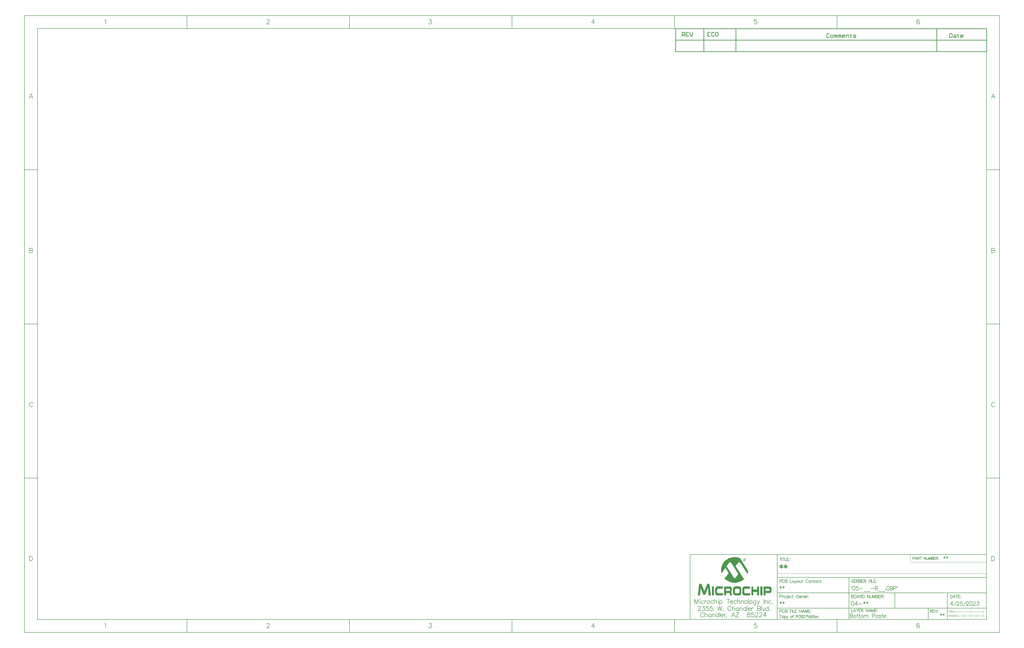
<source format=gbp>
G04*
G04 #@! TF.GenerationSoftware,Altium Limited,Altium Designer,22.10.1 (41)*
G04*
G04 Layer_Color=128*
%FSLAX43Y43*%
%MOMM*%
G71*
G04*
G04 #@! TF.SameCoordinates,616D65FC-62BC-469B-91EF-3386A997E351*
G04*
G04*
G04 #@! TF.FilePolarity,Positive*
G04*
G01*
G75*
%ADD10C,0.200*%
%ADD11C,0.100*%
%ADD13C,0.254*%
%ADD14C,0.150*%
%ADD15C,0.178*%
%ADD17C,0.127*%
%ADD18C,0.180*%
%ADD19C,0.350*%
G36*
X259338Y-154352D02*
X259423Y-154373D01*
X259528Y-154416D01*
X259634Y-154479D01*
X259719Y-154574D01*
X259782Y-154712D01*
X259793Y-154786D01*
X259804Y-154881D01*
X259804Y-154892D01*
X259804Y-154902D01*
X259793Y-154966D01*
X259772Y-155061D01*
X259740Y-155167D01*
X259666Y-155273D01*
X259571Y-155368D01*
X259507Y-155410D01*
X259433Y-155431D01*
X259349Y-155453D01*
X259253Y-155463D01*
X259211Y-155463D01*
X259169Y-155453D01*
X259116Y-155442D01*
X259042Y-155421D01*
X258978Y-155389D01*
X258904Y-155347D01*
X258841Y-155294D01*
X258830Y-155283D01*
X258819Y-155262D01*
X258788Y-155230D01*
X258756Y-155177D01*
X258724Y-155114D01*
X258703Y-155050D01*
X258682Y-154966D01*
X258671Y-154881D01*
X258671Y-154871D01*
X258671Y-154839D01*
X258682Y-154807D01*
X258693Y-154754D01*
X258714Y-154691D01*
X258745Y-154627D01*
X258788Y-154564D01*
X258841Y-154500D01*
X258851Y-154490D01*
X258872Y-154479D01*
X258904Y-154447D01*
X258957Y-154416D01*
X259021Y-154394D01*
X259084Y-154363D01*
X259169Y-154352D01*
X259253Y-154341D01*
X259274Y-154341D01*
X259338Y-154352D01*
X259338Y-154352D02*
G37*
G36*
X255624Y-153855D02*
X255730Y-153855D01*
X255846Y-153865D01*
X255984Y-153876D01*
X256121Y-153897D01*
X256280Y-153918D01*
X256449Y-153950D01*
X256788Y-154024D01*
X257148Y-154130D01*
X257497Y-154267D01*
X260671Y-159304D01*
X260671Y-159315D01*
X260671Y-159347D01*
X260661Y-159399D01*
X260661Y-159463D01*
X260650Y-159548D01*
X260629Y-159632D01*
X260587Y-159844D01*
X260587Y-159855D01*
X260576Y-159897D01*
X260565Y-159950D01*
X260544Y-160034D01*
X260513Y-160130D01*
X260491Y-160235D01*
X260417Y-160468D01*
X257666Y-156172D01*
X257655Y-156162D01*
X257624Y-156119D01*
X257581Y-156066D01*
X257529Y-156003D01*
X257454Y-155939D01*
X257370Y-155886D01*
X257275Y-155844D01*
X257169Y-155833D01*
X257126Y-155833D01*
X257084Y-155855D01*
X257021Y-155876D01*
X256957Y-155908D01*
X256883Y-155971D01*
X256798Y-156045D01*
X256714Y-156151D01*
X255793Y-157410D01*
X259031Y-162510D01*
X259010Y-162521D01*
X258957Y-162574D01*
X258872Y-162637D01*
X258756Y-162722D01*
X258608Y-162828D01*
X258428Y-162944D01*
X258216Y-163071D01*
X257984Y-163198D01*
X257719Y-163325D01*
X257433Y-163452D01*
X257126Y-163569D01*
X256798Y-163674D01*
X256449Y-163759D01*
X256079Y-163823D01*
X255687Y-163876D01*
X255285Y-163886D01*
X255190Y-163886D01*
X255137Y-163876D01*
X255074Y-163876D01*
X254915Y-163865D01*
X254724Y-163833D01*
X254502Y-163801D01*
X254248Y-163749D01*
X253984Y-163674D01*
X253687Y-163590D01*
X253381Y-163484D01*
X253063Y-163346D01*
X252746Y-163188D01*
X252418Y-162997D01*
X252090Y-162775D01*
X251772Y-162521D01*
X251465Y-162235D01*
X252841Y-160341D01*
X252851Y-160331D01*
X252862Y-160310D01*
X252873Y-160278D01*
X252883Y-160235D01*
X252894Y-160183D01*
X252915Y-160119D01*
X252926Y-160034D01*
X252926Y-160024D01*
X252926Y-160003D01*
X252915Y-159971D01*
X252904Y-159929D01*
X252894Y-159876D01*
X252862Y-159812D01*
X252830Y-159738D01*
X252777Y-159653D01*
X251762Y-158066D01*
X250248Y-160161D01*
X250248Y-160151D01*
X250238Y-160130D01*
X250227Y-160098D01*
X250217Y-160045D01*
X250206Y-159992D01*
X250195Y-159918D01*
X250164Y-159749D01*
X250121Y-159548D01*
X250100Y-159315D01*
X250079Y-159061D01*
X250068Y-158786D01*
X250068Y-158775D01*
X250068Y-158765D01*
X250068Y-158701D01*
X250079Y-158595D01*
X250090Y-158458D01*
X250111Y-158288D01*
X250143Y-158087D01*
X250195Y-157865D01*
X250248Y-157622D01*
X250322Y-157368D01*
X250418Y-157093D01*
X250545Y-156818D01*
X250682Y-156521D01*
X250852Y-156236D01*
X251042Y-155950D01*
X251264Y-155664D01*
X251518Y-155389D01*
X251539Y-155368D01*
X251592Y-155326D01*
X251677Y-155241D01*
X251793Y-155146D01*
X251952Y-155029D01*
X252132Y-154902D01*
X252344Y-154765D01*
X252587Y-154617D01*
X252862Y-154468D01*
X253158Y-154331D01*
X253476Y-154204D01*
X253825Y-154088D01*
X254195Y-153982D01*
X254587Y-153908D01*
X255000Y-153865D01*
X255433Y-153844D01*
X255550Y-153844D01*
X255624Y-153855D01*
X255624Y-153855D02*
G37*
G36*
X260893Y-165315D02*
X260978Y-165315D01*
X261052Y-165325D01*
X261105Y-165336D01*
X261116Y-165336D01*
X261147Y-165346D01*
X261190Y-165368D01*
X261243Y-165399D01*
X261296Y-165442D01*
X261348Y-165505D01*
X261391Y-165579D01*
X261423Y-165674D01*
X261423Y-165685D01*
X261423Y-165706D01*
X261433Y-165748D01*
X261433Y-165812D01*
X261433Y-165886D01*
X261444Y-165981D01*
X261444Y-166098D01*
X261444Y-166225D01*
X259560Y-166182D01*
X259539Y-166182D01*
X259497Y-166193D01*
X259423Y-166214D01*
X259349Y-166267D01*
X259264Y-166341D01*
X259232Y-166405D01*
X259190Y-166468D01*
X259169Y-166542D01*
X259148Y-166637D01*
X259126Y-166743D01*
X259126Y-166870D01*
X259126Y-167262D01*
X259126Y-167272D01*
X259126Y-167293D01*
X259126Y-167325D01*
X259137Y-167367D01*
X259148Y-167484D01*
X259179Y-167600D01*
X259232Y-167727D01*
X259306Y-167844D01*
X259349Y-167886D01*
X259412Y-167918D01*
X259476Y-167939D01*
X259550Y-167949D01*
X261475Y-167949D01*
X261475Y-167960D01*
X261475Y-167971D01*
X261475Y-168034D01*
X261475Y-168129D01*
X261465Y-168246D01*
X261454Y-168362D01*
X261433Y-168468D01*
X261401Y-168563D01*
X261370Y-168637D01*
X261359Y-168648D01*
X261338Y-168669D01*
X261306Y-168690D01*
X261243Y-168722D01*
X261158Y-168764D01*
X261052Y-168785D01*
X260904Y-168807D01*
X260735Y-168817D01*
X259370Y-168817D01*
X259327Y-168807D01*
X259211Y-168796D01*
X259073Y-168775D01*
X258925Y-168732D01*
X258777Y-168669D01*
X258650Y-168574D01*
X258544Y-168457D01*
X258534Y-168447D01*
X258523Y-168404D01*
X258491Y-168341D01*
X258470Y-168246D01*
X258439Y-168119D01*
X258407Y-167971D01*
X258396Y-167791D01*
X258386Y-167590D01*
X258386Y-166563D01*
X258386Y-166553D01*
X258386Y-166521D01*
X258386Y-166479D01*
X258396Y-166426D01*
X258396Y-166352D01*
X258407Y-166278D01*
X258439Y-166098D01*
X258491Y-165907D01*
X258555Y-165727D01*
X258661Y-165558D01*
X258724Y-165495D01*
X258798Y-165442D01*
X258809Y-165431D01*
X258841Y-165420D01*
X258883Y-165399D01*
X258957Y-165368D01*
X259042Y-165346D01*
X259158Y-165325D01*
X259285Y-165315D01*
X259433Y-165304D01*
X260809Y-165304D01*
X260893Y-165315D01*
X260893Y-165315D02*
G37*
G36*
X264904Y-168796D02*
X264174Y-168796D01*
X264174Y-167484D01*
X262618Y-167484D01*
X262618Y-168796D01*
X261930Y-168796D01*
X261930Y-165336D01*
X262618Y-165336D01*
X262618Y-166563D01*
X264174Y-166563D01*
X264174Y-165336D01*
X264904Y-165336D01*
X264904Y-168796D01*
X264904Y-168796D02*
G37*
G36*
X245211Y-164204D02*
X245275Y-164225D01*
X245349Y-164256D01*
X245434Y-164320D01*
X245508Y-164415D01*
X245540Y-164479D01*
X245561Y-164553D01*
X245592Y-164637D01*
X245603Y-164733D01*
X246069Y-168796D01*
X245201Y-168796D01*
X244958Y-165875D01*
X244947Y-165875D01*
X244048Y-168214D01*
X244037Y-168235D01*
X244016Y-168277D01*
X243984Y-168341D01*
X243931Y-168404D01*
X243857Y-168479D01*
X243772Y-168542D01*
X243667Y-168584D01*
X243540Y-168606D01*
X243518Y-168606D01*
X243476Y-168595D01*
X243413Y-168584D01*
X243328Y-168553D01*
X243233Y-168510D01*
X243148Y-168436D01*
X243063Y-168341D01*
X243000Y-168214D01*
X242111Y-165918D01*
X242100Y-165918D01*
X241847Y-168796D01*
X241000Y-168796D01*
X241444Y-164690D01*
X241444Y-164680D01*
X241444Y-164669D01*
X241466Y-164616D01*
X241487Y-164532D01*
X241529Y-164436D01*
X241582Y-164352D01*
X241667Y-164267D01*
X241772Y-164214D01*
X241836Y-164193D01*
X241931Y-164193D01*
X241984Y-164204D01*
X242058Y-164214D01*
X242153Y-164246D01*
X242259Y-164309D01*
X242365Y-164394D01*
X242460Y-164500D01*
X242503Y-164574D01*
X242534Y-164659D01*
X243518Y-167166D01*
X243540Y-167166D01*
X244524Y-164659D01*
X244524Y-164648D01*
X244534Y-164637D01*
X244555Y-164584D01*
X244608Y-164510D01*
X244672Y-164426D01*
X244756Y-164341D01*
X244862Y-164267D01*
X244989Y-164214D01*
X245063Y-164193D01*
X245169Y-164193D01*
X245211Y-164204D01*
X245211Y-164204D02*
G37*
G36*
X269031Y-165346D02*
X269137Y-165368D01*
X269274Y-165410D01*
X269412Y-165473D01*
X269539Y-165579D01*
X269602Y-165643D01*
X269655Y-165727D01*
X269697Y-165812D01*
X269729Y-165918D01*
X269729Y-165928D01*
X269740Y-165960D01*
X269750Y-166013D01*
X269761Y-166077D01*
X269771Y-166172D01*
X269782Y-166278D01*
X269793Y-166394D01*
X269793Y-166532D01*
X269793Y-166796D01*
X269793Y-166807D01*
X269793Y-166828D01*
X269793Y-166849D01*
X269793Y-166891D01*
X269782Y-167008D01*
X269771Y-167135D01*
X269740Y-167283D01*
X269708Y-167431D01*
X269655Y-167579D01*
X269581Y-167695D01*
X269570Y-167706D01*
X269549Y-167727D01*
X269518Y-167770D01*
X269465Y-167801D01*
X269401Y-167844D01*
X269316Y-167886D01*
X269221Y-167907D01*
X269115Y-167918D01*
X267401Y-167918D01*
X267401Y-168796D01*
X266682Y-168796D01*
X266682Y-165336D01*
X268988Y-165336D01*
X269031Y-165346D01*
X269031Y-165346D02*
G37*
G36*
X266216Y-168796D02*
X265412Y-168796D01*
X265412Y-165336D01*
X266216Y-165336D01*
X266216Y-168796D01*
X266216Y-168796D02*
G37*
G36*
X253677Y-165346D02*
X253719Y-165346D01*
X253836Y-165389D01*
X253888Y-165420D01*
X253963Y-165463D01*
X254026Y-165516D01*
X254079Y-165590D01*
X254142Y-165664D01*
X254195Y-165770D01*
X254238Y-165886D01*
X254269Y-166024D01*
X254291Y-166182D01*
X254301Y-166362D01*
X254301Y-166574D01*
X254301Y-166584D01*
X254301Y-166606D01*
X254301Y-166637D01*
X254291Y-166690D01*
X254280Y-166807D01*
X254248Y-166955D01*
X254206Y-167103D01*
X254132Y-167251D01*
X254037Y-167367D01*
X253984Y-167410D01*
X253910Y-167442D01*
X253910Y-167452D01*
X253931Y-167463D01*
X253973Y-167473D01*
X254037Y-167516D01*
X254111Y-167590D01*
X254174Y-167685D01*
X254238Y-167822D01*
X254269Y-167897D01*
X254280Y-167992D01*
X254301Y-168098D01*
X254301Y-168214D01*
X254301Y-168796D01*
X253571Y-168796D01*
X253571Y-168383D01*
X253571Y-168373D01*
X253571Y-168341D01*
X253571Y-168288D01*
X253571Y-168235D01*
X253560Y-168108D01*
X253550Y-168055D01*
X253539Y-168024D01*
X253539Y-168013D01*
X253529Y-168002D01*
X253486Y-167949D01*
X253402Y-167907D01*
X253349Y-167897D01*
X253285Y-167886D01*
X251994Y-167886D01*
X251994Y-168796D01*
X251264Y-168796D01*
X251264Y-165336D01*
X253645Y-165336D01*
X253677Y-165346D01*
X253677Y-165346D02*
G37*
G36*
X247307Y-168796D02*
X246492Y-168796D01*
X246492Y-165336D01*
X247307Y-165336D01*
X247307Y-168796D01*
X247307Y-168796D02*
G37*
G36*
X257148Y-165315D02*
X257275Y-165346D01*
X257412Y-165378D01*
X257550Y-165431D01*
X257666Y-165505D01*
X257761Y-165611D01*
X257772Y-165622D01*
X257793Y-165664D01*
X257835Y-165738D01*
X257878Y-165844D01*
X257909Y-165971D01*
X257952Y-166129D01*
X257973Y-166320D01*
X257984Y-166542D01*
X257984Y-167579D01*
X257984Y-167590D01*
X257984Y-167621D01*
X257984Y-167664D01*
X257973Y-167727D01*
X257973Y-167812D01*
X257962Y-167897D01*
X257920Y-168087D01*
X257857Y-168288D01*
X257772Y-168479D01*
X257708Y-168563D01*
X257645Y-168637D01*
X257560Y-168701D01*
X257476Y-168754D01*
X257465Y-168754D01*
X257444Y-168764D01*
X257391Y-168775D01*
X257338Y-168785D01*
X257253Y-168796D01*
X257169Y-168807D01*
X257063Y-168817D01*
X255730Y-168817D01*
X255687Y-168807D01*
X255571Y-168796D01*
X255444Y-168775D01*
X255306Y-168732D01*
X255158Y-168680D01*
X255031Y-168595D01*
X254925Y-168489D01*
X254915Y-168479D01*
X254894Y-168436D01*
X254862Y-168362D01*
X254830Y-168267D01*
X254798Y-168140D01*
X254767Y-167981D01*
X254746Y-167801D01*
X254735Y-167579D01*
X254735Y-166542D01*
X254735Y-166532D01*
X254735Y-166500D01*
X254735Y-166447D01*
X254746Y-166383D01*
X254756Y-166299D01*
X254767Y-166203D01*
X254809Y-166002D01*
X254883Y-165801D01*
X254936Y-165696D01*
X254989Y-165600D01*
X255063Y-165516D01*
X255137Y-165442D01*
X255232Y-165389D01*
X255338Y-165346D01*
X255349Y-165346D01*
X255370Y-165336D01*
X255412Y-165336D01*
X255465Y-165325D01*
X255529Y-165315D01*
X255603Y-165315D01*
X255783Y-165304D01*
X257042Y-165304D01*
X257148Y-165315D01*
X257148Y-165315D02*
G37*
G36*
X250079Y-165315D02*
X250248Y-165325D01*
X250407Y-165336D01*
X250471Y-165346D01*
X250534Y-165357D01*
X250576Y-165368D01*
X250608Y-165378D01*
X250619Y-165389D01*
X250640Y-165410D01*
X250672Y-165452D01*
X250703Y-165526D01*
X250735Y-165622D01*
X250756Y-165696D01*
X250767Y-165770D01*
X250777Y-165854D01*
X250788Y-165950D01*
X250799Y-166055D01*
X250799Y-166182D01*
X248904Y-166182D01*
X248862Y-166193D01*
X248820Y-166203D01*
X248714Y-166235D01*
X248661Y-166278D01*
X248619Y-166320D01*
X248619Y-166330D01*
X248598Y-166352D01*
X248587Y-166383D01*
X248566Y-166436D01*
X248545Y-166510D01*
X248524Y-166606D01*
X248513Y-166733D01*
X248502Y-166870D01*
X248502Y-167262D01*
X248502Y-167283D01*
X248502Y-167325D01*
X248502Y-167399D01*
X248513Y-167473D01*
X248513Y-167569D01*
X248524Y-167653D01*
X248534Y-167727D01*
X248555Y-167780D01*
X248555Y-167791D01*
X248576Y-167801D01*
X248598Y-167833D01*
X248640Y-167865D01*
X248682Y-167897D01*
X248746Y-167918D01*
X248820Y-167939D01*
X248915Y-167949D01*
X250852Y-167949D01*
X250852Y-167960D01*
X250852Y-167971D01*
X250852Y-168034D01*
X250852Y-168119D01*
X250841Y-168225D01*
X250830Y-168330D01*
X250809Y-168436D01*
X250777Y-168531D01*
X250746Y-168606D01*
X250735Y-168616D01*
X250714Y-168637D01*
X250672Y-168669D01*
X250619Y-168711D01*
X250523Y-168754D01*
X250418Y-168785D01*
X250270Y-168807D01*
X250100Y-168817D01*
X248703Y-168817D01*
X248598Y-168807D01*
X248481Y-168785D01*
X248344Y-168754D01*
X248206Y-168701D01*
X248079Y-168637D01*
X247973Y-168542D01*
X247963Y-168531D01*
X247942Y-168489D01*
X247899Y-168415D01*
X247857Y-168320D01*
X247815Y-168182D01*
X247772Y-168024D01*
X247751Y-167822D01*
X247741Y-167579D01*
X247741Y-166542D01*
X247741Y-166532D01*
X247741Y-166489D01*
X247741Y-166436D01*
X247751Y-166373D01*
X247762Y-166278D01*
X247783Y-166182D01*
X247836Y-165971D01*
X247920Y-165759D01*
X247973Y-165653D01*
X248047Y-165558D01*
X248132Y-165473D01*
X248227Y-165399D01*
X248333Y-165346D01*
X248460Y-165315D01*
X248513Y-165315D01*
X248555Y-165304D01*
X249910Y-165304D01*
X250079Y-165315D01*
X250079Y-165315D02*
G37*
%LPC*%
G36*
X259338Y-154437D02*
X259232Y-154437D01*
X259179Y-154447D01*
X259095Y-154458D01*
X259010Y-154490D01*
X258915Y-154543D01*
X258830Y-154627D01*
X258777Y-154733D01*
X258767Y-154807D01*
X258756Y-154881D01*
X258756Y-154892D01*
X258756Y-154913D01*
X258767Y-154955D01*
X258777Y-155008D01*
X258819Y-155125D01*
X258851Y-155177D01*
X258894Y-155241D01*
X258904Y-155251D01*
X258925Y-155262D01*
X258957Y-155283D01*
X258999Y-155304D01*
X259105Y-155357D01*
X259179Y-155368D01*
X259253Y-155378D01*
X259274Y-155378D01*
X259327Y-155368D01*
X259401Y-155347D01*
X259486Y-155315D01*
X259571Y-155251D01*
X259645Y-155167D01*
X259698Y-155040D01*
X259719Y-154966D01*
X259719Y-154881D01*
X259719Y-154860D01*
X259708Y-154807D01*
X259698Y-154744D01*
X259666Y-154659D01*
X259603Y-154574D01*
X259518Y-154511D01*
X259412Y-154458D01*
X259338Y-154437D01*
X259338Y-154437D02*
G37*
%LPD*%
G36*
X259327Y-154574D02*
X259370Y-154585D01*
X259412Y-154617D01*
X259454Y-154648D01*
X259476Y-154701D01*
X259486Y-154765D01*
X259486Y-154775D01*
X259486Y-154796D01*
X259465Y-154860D01*
X259444Y-154892D01*
X259423Y-154923D01*
X259380Y-154945D01*
X259327Y-154955D01*
X259507Y-155241D01*
X259401Y-155241D01*
X259222Y-154955D01*
X259116Y-154955D01*
X259116Y-155241D01*
X259010Y-155241D01*
X259010Y-154564D01*
X259285Y-154564D01*
X259327Y-154574D01*
X259327Y-154574D02*
G37*
%LPC*%
G36*
X259285Y-154659D02*
X259116Y-154659D01*
X259116Y-154871D01*
X259296Y-154871D01*
X259338Y-154860D01*
X259370Y-154828D01*
X259380Y-154765D01*
X259380Y-154744D01*
X259370Y-154712D01*
X259338Y-154680D01*
X259285Y-154659D01*
X259285Y-154659D02*
G37*
G36*
X253603Y-155823D02*
X253560Y-155823D01*
X253508Y-155844D01*
X253444Y-155865D01*
X253370Y-155897D01*
X253296Y-155960D01*
X253201Y-156035D01*
X253116Y-156140D01*
X252227Y-157389D01*
X254925Y-161664D01*
X254936Y-161685D01*
X254968Y-161727D01*
X255010Y-161791D01*
X255074Y-161854D01*
X255148Y-161928D01*
X255222Y-161992D01*
X255296Y-162034D01*
X255380Y-162055D01*
X255423Y-162055D01*
X255476Y-162045D01*
X255539Y-162024D01*
X255613Y-161981D01*
X255687Y-161939D01*
X255772Y-161865D01*
X255846Y-161770D01*
X256788Y-160415D01*
X254079Y-156151D01*
X254068Y-156140D01*
X254047Y-156098D01*
X253994Y-156045D01*
X253941Y-155982D01*
X253867Y-155929D01*
X253793Y-155876D01*
X253698Y-155833D01*
X253603Y-155823D01*
X253603Y-155823D02*
G37*
G36*
X268756Y-166172D02*
X267401Y-166172D01*
X267401Y-167050D01*
X268819Y-167050D01*
X268840Y-167039D01*
X268883Y-167029D01*
X268925Y-167008D01*
X268957Y-166965D01*
X268999Y-166902D01*
X269020Y-166807D01*
X269031Y-166690D01*
X269031Y-166563D01*
X269031Y-166542D01*
X269031Y-166500D01*
X269020Y-166436D01*
X268999Y-166362D01*
X268967Y-166299D01*
X268914Y-166235D01*
X268851Y-166193D01*
X268756Y-166172D01*
X268756Y-166172D02*
G37*
G36*
X253254Y-166172D02*
X251994Y-166172D01*
X251994Y-167039D01*
X253338Y-167039D01*
X253370Y-167029D01*
X253423Y-167018D01*
X253476Y-166987D01*
X253518Y-166944D01*
X253571Y-166881D01*
X253603Y-166785D01*
X253613Y-166658D01*
X253613Y-166563D01*
X253613Y-166542D01*
X253613Y-166500D01*
X253592Y-166436D01*
X253571Y-166362D01*
X253529Y-166299D01*
X253465Y-166235D01*
X253370Y-166193D01*
X253254Y-166172D01*
X253254Y-166172D02*
G37*
G36*
X256788Y-166172D02*
X255899Y-166172D01*
X255857Y-166182D01*
X255804Y-166193D01*
X255751Y-166214D01*
X255698Y-166235D01*
X255645Y-166278D01*
X255592Y-166330D01*
X255592Y-166341D01*
X255571Y-166362D01*
X255560Y-166394D01*
X255539Y-166457D01*
X255518Y-166532D01*
X255507Y-166616D01*
X255486Y-166733D01*
X255486Y-166870D01*
X255486Y-167262D01*
X255486Y-167283D01*
X255486Y-167325D01*
X255486Y-167389D01*
X255497Y-167473D01*
X255518Y-167653D01*
X255539Y-167738D01*
X255560Y-167801D01*
X255560Y-167812D01*
X255581Y-167822D01*
X255603Y-167844D01*
X255634Y-167875D01*
X255677Y-167907D01*
X255730Y-167928D01*
X255804Y-167939D01*
X255888Y-167949D01*
X256830Y-167949D01*
X256883Y-167939D01*
X256957Y-167918D01*
X257042Y-167865D01*
X257116Y-167780D01*
X257158Y-167727D01*
X257190Y-167664D01*
X257222Y-167579D01*
X257243Y-167484D01*
X257264Y-167378D01*
X257264Y-167262D01*
X257264Y-166870D01*
X257264Y-166849D01*
X257264Y-166807D01*
X257253Y-166743D01*
X257243Y-166658D01*
X257201Y-166479D01*
X257169Y-166394D01*
X257116Y-166330D01*
X257105Y-166320D01*
X257095Y-166309D01*
X257063Y-166278D01*
X257021Y-166246D01*
X256915Y-166193D01*
X256862Y-166182D01*
X256788Y-166172D01*
X256788Y-166172D02*
G37*
%LPD*%
D10*
X337357Y-153546D02*
X337357Y-154403D01*
X337000Y-153761D02*
X337714Y-154189D01*
X337714Y-153761D02*
X337000Y-154189D01*
X338378Y-153546D02*
X338378Y-154403D01*
X338021Y-153761D02*
X338735Y-154189D01*
X338735Y-153761D02*
X338021Y-154189D01*
D11*
X347700Y-175396D02*
X347700Y-174796D01*
X353820Y-155796D02*
X353820Y-155796D01*
X342700Y-175596D02*
X342700Y-174596D01*
X342540Y-177431D02*
X342540Y-176161D01*
X345080Y-177431D02*
X345080Y-176161D01*
X347620Y-177431D02*
X347620Y-176161D01*
X350160Y-177431D02*
X350160Y-176161D01*
X352700Y-175596D02*
X352700Y-174596D01*
X352700Y-177431D02*
X352700Y-176161D01*
X324000Y-155796D02*
X324000Y-152796D01*
X342540Y-176796D02*
X352700Y-176796D01*
X342700Y-175096D02*
X352700Y-175096D01*
X324000Y-155796D02*
X353820Y-155796D01*
X272000Y-160296D02*
X353820Y-160296D01*
X339233Y-176396D02*
X338900Y-176863D01*
X339400Y-176863D01*
X339233Y-176396D02*
X339233Y-177096D01*
X339723Y-176396D02*
X339623Y-176429D01*
X339557Y-176529D01*
X339523Y-176696D01*
X339523Y-176796D01*
X339557Y-176963D01*
X339623Y-177063D01*
X339723Y-177096D01*
X339790Y-177096D01*
X339890Y-177063D01*
X339956Y-176963D01*
X339990Y-176796D01*
X339990Y-176696D01*
X339956Y-176529D01*
X339890Y-176429D01*
X339790Y-176396D01*
X339723Y-176396D01*
X340346Y-176396D02*
X340246Y-176429D01*
X340180Y-176529D01*
X340146Y-176696D01*
X340146Y-176796D01*
X340180Y-176963D01*
X340246Y-177063D01*
X340346Y-177096D01*
X340413Y-177096D01*
X340513Y-177063D01*
X340580Y-176963D01*
X340613Y-176796D01*
X340613Y-176696D01*
X340580Y-176529D01*
X340513Y-176429D01*
X340413Y-176396D01*
X340346Y-176396D01*
X340770Y-176629D02*
X340770Y-177096D01*
X340770Y-176763D02*
X340870Y-176663D01*
X340936Y-176629D01*
X341036Y-176629D01*
X341103Y-176663D01*
X341136Y-176763D01*
X341136Y-177096D01*
X341136Y-176763D02*
X341236Y-176663D01*
X341303Y-176629D01*
X341403Y-176629D01*
X341469Y-176663D01*
X341503Y-176763D01*
X341503Y-177096D01*
X341789Y-176396D02*
X341823Y-176429D01*
X341856Y-176396D01*
X341823Y-176363D01*
X341789Y-176396D01*
X341823Y-176629D02*
X341823Y-177096D01*
X341979Y-176396D02*
X341979Y-177096D01*
X339000Y-174829D02*
X339067Y-174796D01*
X339167Y-174696D01*
X339167Y-175396D01*
X339713Y-174696D02*
X339613Y-174729D01*
X339547Y-174829D01*
X339513Y-174996D01*
X339513Y-175096D01*
X339547Y-175263D01*
X339613Y-175363D01*
X339713Y-175396D01*
X339780Y-175396D01*
X339880Y-175363D01*
X339946Y-175263D01*
X339980Y-175096D01*
X339980Y-174996D01*
X339946Y-174829D01*
X339880Y-174729D01*
X339780Y-174696D01*
X339713Y-174696D01*
X340136Y-174929D02*
X340136Y-175396D01*
X340136Y-175063D02*
X340236Y-174963D01*
X340303Y-174929D01*
X340403Y-174929D01*
X340470Y-174963D01*
X340503Y-175063D01*
X340503Y-175396D01*
X340503Y-175063D02*
X340603Y-174963D01*
X340670Y-174929D01*
X340770Y-174929D01*
X340836Y-174963D01*
X340870Y-175063D01*
X340870Y-175396D01*
X341090Y-174929D02*
X341090Y-175396D01*
X341090Y-175063D02*
X341190Y-174963D01*
X341256Y-174929D01*
X341356Y-174929D01*
X341423Y-174963D01*
X341456Y-175063D01*
X341456Y-175396D01*
X341456Y-175063D02*
X341556Y-174963D01*
X341623Y-174929D01*
X341723Y-174929D01*
X341789Y-174963D01*
X341823Y-175063D01*
X341823Y-175396D01*
D13*
X353820Y43924D02*
X353820Y52924D01*
X232320Y52924D02*
X353820Y52924D01*
X255820Y43924D02*
X255820Y48424D01*
X232320Y48424D02*
X232320Y52924D01*
X232320Y48424D02*
X353820Y48424D01*
X243320Y48424D02*
X243320Y52924D01*
X255820Y48424D02*
X255820Y52924D01*
X334320Y48424D02*
X334320Y52924D01*
X232320Y43924D02*
X232320Y48424D01*
X232320Y43924D02*
X353820Y43924D01*
X334320Y43924D02*
X334320Y48424D01*
X243320Y43924D02*
X243320Y48424D01*
X234820Y49924D02*
X234820Y51448D01*
X235582Y51448D01*
X235836Y51194D01*
X235836Y50686D01*
X235582Y50432D01*
X234820Y50432D01*
X235328Y50432D02*
X235836Y49924D01*
X237359Y51448D02*
X236344Y51448D01*
X236344Y49924D01*
X237359Y49924D01*
X236344Y50686D02*
X236851Y50686D01*
X237867Y51448D02*
X237867Y50432D01*
X238375Y49924D01*
X238883Y50432D01*
X238883Y51448D01*
X245836Y51448D02*
X244820Y51448D01*
X244820Y49924D01*
X245836Y49924D01*
X244820Y50686D02*
X245328Y50686D01*
X247359Y51194D02*
X247105Y51448D01*
X246597Y51448D01*
X246344Y51194D01*
X246344Y50178D01*
X246597Y49924D01*
X247105Y49924D01*
X247359Y50178D01*
X248629Y51448D02*
X248121Y51448D01*
X247867Y51194D01*
X247867Y50178D01*
X248121Y49924D01*
X248629Y49924D01*
X248883Y50178D01*
X248883Y51194D01*
X248629Y51448D01*
X292336Y50694D02*
X292082Y50948D01*
X291574Y50948D01*
X291320Y50694D01*
X291320Y49678D01*
X291574Y49424D01*
X292082Y49424D01*
X292336Y49678D01*
X293097Y49424D02*
X293605Y49424D01*
X293859Y49678D01*
X293859Y50186D01*
X293605Y50440D01*
X293097Y50440D01*
X292844Y50186D01*
X292844Y49678D01*
X293097Y49424D01*
X294367Y49424D02*
X294367Y50440D01*
X294621Y50440D01*
X294875Y50186D01*
X294875Y49424D01*
X294875Y50186D01*
X295129Y50440D01*
X295383Y50186D01*
X295383Y49424D01*
X295891Y49424D02*
X295891Y50440D01*
X296144Y50440D01*
X296398Y50186D01*
X296398Y49424D01*
X296398Y50186D01*
X296652Y50440D01*
X296906Y50186D01*
X296906Y49424D01*
X298176Y49424D02*
X297668Y49424D01*
X297414Y49678D01*
X297414Y50186D01*
X297668Y50440D01*
X298176Y50440D01*
X298430Y50186D01*
X298430Y49932D01*
X297414Y49932D01*
X298938Y49424D02*
X298938Y50440D01*
X299699Y50440D01*
X299953Y50186D01*
X299953Y49424D01*
X300715Y50694D02*
X300715Y50440D01*
X300461Y50440D01*
X300969Y50440D01*
X300715Y50440D01*
X300715Y49678D01*
X300969Y49424D01*
X301731Y49424D02*
X302492Y49424D01*
X302746Y49678D01*
X302492Y49932D01*
X301985Y49932D01*
X301731Y50186D01*
X301985Y50440D01*
X302746Y50440D01*
X339320Y50948D02*
X339320Y49424D01*
X340082Y49424D01*
X340336Y49678D01*
X340336Y50694D01*
X340082Y50948D01*
X339320Y50948D01*
X341097Y50440D02*
X341605Y50440D01*
X341859Y50186D01*
X341859Y49424D01*
X341097Y49424D01*
X340844Y49678D01*
X341097Y49932D01*
X341859Y49932D01*
X342621Y50694D02*
X342621Y50440D01*
X342367Y50440D01*
X342875Y50440D01*
X342621Y50440D01*
X342621Y49678D01*
X342875Y49424D01*
X344398Y49424D02*
X343891Y49424D01*
X343637Y49678D01*
X343637Y50186D01*
X343891Y50440D01*
X344398Y50440D01*
X344652Y50186D01*
X344652Y49932D01*
X343637Y49932D01*
D14*
X300500Y-176046D02*
X300500Y-177546D01*
X300500Y-176046D02*
X301143Y-176046D01*
X301357Y-176118D01*
X301428Y-176189D01*
X301500Y-176332D01*
X301500Y-176475D01*
X301428Y-176618D01*
X301357Y-176689D01*
X301143Y-176760D01*
X300500Y-176760D02*
X301143Y-176760D01*
X301357Y-176832D01*
X301428Y-176903D01*
X301500Y-177046D01*
X301500Y-177260D01*
X301428Y-177403D01*
X301357Y-177475D01*
X301143Y-177546D01*
X300500Y-177546D01*
X302193Y-176546D02*
X302050Y-176618D01*
X301907Y-176760D01*
X301835Y-176975D01*
X301835Y-177118D01*
X301907Y-177332D01*
X302050Y-177475D01*
X302193Y-177546D01*
X302407Y-177546D01*
X302550Y-177475D01*
X302692Y-177332D01*
X302764Y-177118D01*
X302764Y-176975D01*
X302692Y-176760D01*
X302550Y-176618D01*
X302407Y-176546D01*
X302193Y-176546D01*
X303307Y-176046D02*
X303307Y-177260D01*
X303378Y-177475D01*
X303521Y-177546D01*
X303664Y-177546D01*
X303092Y-176546D02*
X303592Y-176546D01*
X304092Y-176046D02*
X304092Y-177260D01*
X304164Y-177475D01*
X304306Y-177546D01*
X304449Y-177546D01*
X303878Y-176546D02*
X304378Y-176546D01*
X305020Y-176546D02*
X304878Y-176618D01*
X304735Y-176760D01*
X304663Y-176975D01*
X304663Y-177118D01*
X304735Y-177332D01*
X304878Y-177475D01*
X305020Y-177546D01*
X305235Y-177546D01*
X305378Y-177475D01*
X305520Y-177332D01*
X305592Y-177118D01*
X305592Y-176975D01*
X305520Y-176760D01*
X305378Y-176618D01*
X305235Y-176546D01*
X305020Y-176546D01*
X305920Y-176546D02*
X305920Y-177546D01*
X305920Y-176832D02*
X306134Y-176618D01*
X306277Y-176546D01*
X306492Y-176546D01*
X306634Y-176618D01*
X306706Y-176832D01*
X306706Y-177546D01*
X306706Y-176832D02*
X306920Y-176618D01*
X307063Y-176546D01*
X307277Y-176546D01*
X307420Y-176618D01*
X307491Y-176832D01*
X307491Y-177546D01*
X309141Y-176832D02*
X309784Y-176832D01*
X309998Y-176760D01*
X310069Y-176689D01*
X310141Y-176546D01*
X310141Y-176332D01*
X310069Y-176189D01*
X309998Y-176118D01*
X309784Y-176046D01*
X309141Y-176046D01*
X309141Y-177546D01*
X311333Y-176546D02*
X311333Y-177546D01*
X311333Y-176760D02*
X311191Y-176618D01*
X311048Y-176546D01*
X310833Y-176546D01*
X310691Y-176618D01*
X310548Y-176760D01*
X310476Y-176975D01*
X310476Y-177118D01*
X310548Y-177332D01*
X310691Y-177475D01*
X310833Y-177546D01*
X311048Y-177546D01*
X311191Y-177475D01*
X311333Y-177332D01*
X312519Y-176760D02*
X312447Y-176618D01*
X312233Y-176546D01*
X312019Y-176546D01*
X311805Y-176618D01*
X311733Y-176760D01*
X311805Y-176903D01*
X311948Y-176975D01*
X312305Y-177046D01*
X312447Y-177118D01*
X312519Y-177260D01*
X312519Y-177332D01*
X312447Y-177475D01*
X312233Y-177546D01*
X312019Y-177546D01*
X311805Y-177475D01*
X311733Y-177332D01*
X313047Y-176046D02*
X313047Y-177260D01*
X313119Y-177475D01*
X313262Y-177546D01*
X313404Y-177546D01*
X312833Y-176546D02*
X313333Y-176546D01*
X313619Y-176975D02*
X314476Y-176975D01*
X314476Y-176832D01*
X314404Y-176689D01*
X314333Y-176618D01*
X314190Y-176546D01*
X313976Y-176546D01*
X313833Y-176618D01*
X313690Y-176760D01*
X313619Y-176975D01*
X313619Y-177118D01*
X313690Y-177332D01*
X313833Y-177475D01*
X313976Y-177546D01*
X314190Y-177546D01*
X314333Y-177475D01*
X314476Y-177332D01*
X273000Y-174998D02*
X273493Y-174998D01*
X273657Y-174944D01*
X273712Y-174889D01*
X273767Y-174779D01*
X273767Y-174615D01*
X273712Y-174506D01*
X273657Y-174451D01*
X273493Y-174396D01*
X273000Y-174396D01*
X273000Y-175546D01*
X274845Y-174670D02*
X274790Y-174560D01*
X274681Y-174451D01*
X274571Y-174396D01*
X274352Y-174396D01*
X274243Y-174451D01*
X274133Y-174560D01*
X274079Y-174670D01*
X274024Y-174834D01*
X274024Y-175108D01*
X274079Y-175272D01*
X274133Y-175382D01*
X274243Y-175491D01*
X274352Y-175546D01*
X274571Y-175546D01*
X274681Y-175491D01*
X274790Y-175382D01*
X274845Y-175272D01*
X275168Y-174396D02*
X275168Y-175546D01*
X275168Y-174396D02*
X275661Y-174396D01*
X275825Y-174451D01*
X275880Y-174506D01*
X275935Y-174615D01*
X275935Y-174725D01*
X275880Y-174834D01*
X275825Y-174889D01*
X275661Y-174944D01*
X275168Y-174944D02*
X275661Y-174944D01*
X275825Y-174998D01*
X275880Y-175053D01*
X275935Y-175163D01*
X275935Y-175327D01*
X275880Y-175436D01*
X275825Y-175491D01*
X275661Y-175546D01*
X275168Y-175546D01*
X277095Y-174396D02*
X277095Y-175546D01*
X277095Y-174396D02*
X277807Y-174396D01*
X277095Y-174944D02*
X277533Y-174944D01*
X277938Y-174396D02*
X277938Y-175546D01*
X278179Y-174396D02*
X278179Y-175546D01*
X278836Y-175546D01*
X279674Y-174396D02*
X278962Y-174396D01*
X278962Y-175546D01*
X279674Y-175546D01*
X278962Y-174944D02*
X279400Y-174944D01*
X280769Y-174396D02*
X280769Y-175546D01*
X280769Y-174396D02*
X281536Y-175546D01*
X281536Y-174396D02*
X281536Y-175546D01*
X282729Y-175546D02*
X282291Y-174396D01*
X281853Y-175546D01*
X282017Y-175163D02*
X282565Y-175163D01*
X282997Y-174396D02*
X282997Y-175546D01*
X282997Y-174396D02*
X283435Y-175546D01*
X283873Y-174396D02*
X283435Y-175546D01*
X283873Y-174396D02*
X283873Y-175546D01*
X284914Y-174396D02*
X284202Y-174396D01*
X284202Y-175546D01*
X284914Y-175546D01*
X284202Y-174944D02*
X284640Y-174944D01*
X285160Y-174779D02*
X285105Y-174834D01*
X285160Y-174889D01*
X285215Y-174834D01*
X285160Y-174779D01*
X285160Y-175436D02*
X285105Y-175491D01*
X285160Y-175546D01*
X285215Y-175491D01*
X285160Y-175436D01*
X273714Y-176784D02*
X273667Y-176689D01*
X273571Y-176594D01*
X273476Y-176546D01*
X273286Y-176546D01*
X273190Y-176594D01*
X273095Y-176689D01*
X273048Y-176784D01*
X273000Y-176927D01*
X273000Y-177165D01*
X273048Y-177308D01*
X273095Y-177403D01*
X273190Y-177498D01*
X273286Y-177546D01*
X273476Y-177546D01*
X273571Y-177498D01*
X273667Y-177403D01*
X273714Y-177308D01*
X274233Y-176879D02*
X274138Y-176927D01*
X274043Y-177022D01*
X273995Y-177165D01*
X273995Y-177260D01*
X274043Y-177403D01*
X274138Y-177498D01*
X274233Y-177546D01*
X274376Y-177546D01*
X274471Y-177498D01*
X274566Y-177403D01*
X274614Y-177260D01*
X274614Y-177165D01*
X274566Y-177022D01*
X274471Y-176927D01*
X274376Y-176879D01*
X274233Y-176879D01*
X274833Y-176879D02*
X274833Y-177879D01*
X274833Y-177022D02*
X274928Y-176927D01*
X275023Y-176879D01*
X275166Y-176879D01*
X275261Y-176927D01*
X275357Y-177022D01*
X275404Y-177165D01*
X275404Y-177260D01*
X275357Y-177403D01*
X275261Y-177498D01*
X275166Y-177546D01*
X275023Y-177546D01*
X274928Y-177498D01*
X274833Y-177403D01*
X275666Y-176879D02*
X275952Y-177546D01*
X276237Y-176879D02*
X275952Y-177546D01*
X275857Y-177736D01*
X275761Y-177832D01*
X275666Y-177879D01*
X275618Y-177879D01*
X277428Y-176879D02*
X277332Y-176927D01*
X277237Y-177022D01*
X277190Y-177165D01*
X277190Y-177260D01*
X277237Y-177403D01*
X277332Y-177498D01*
X277428Y-177546D01*
X277570Y-177546D01*
X277666Y-177498D01*
X277761Y-177403D01*
X277809Y-177260D01*
X277809Y-177165D01*
X277761Y-177022D01*
X277666Y-176927D01*
X277570Y-176879D01*
X277428Y-176879D01*
X278408Y-176546D02*
X278313Y-176546D01*
X278218Y-176594D01*
X278170Y-176737D01*
X278170Y-177546D01*
X278027Y-176879D02*
X278361Y-176879D01*
X279337Y-177070D02*
X279765Y-177070D01*
X279908Y-177022D01*
X279956Y-176975D01*
X280003Y-176879D01*
X280003Y-176737D01*
X279956Y-176641D01*
X279908Y-176594D01*
X279765Y-176546D01*
X279337Y-176546D01*
X279337Y-177546D01*
X280941Y-176784D02*
X280894Y-176689D01*
X280798Y-176594D01*
X280703Y-176546D01*
X280513Y-176546D01*
X280417Y-176594D01*
X280322Y-176689D01*
X280275Y-176784D01*
X280227Y-176927D01*
X280227Y-177165D01*
X280275Y-177308D01*
X280322Y-177403D01*
X280417Y-177498D01*
X280513Y-177546D01*
X280703Y-177546D01*
X280798Y-177498D01*
X280894Y-177403D01*
X280941Y-177308D01*
X281222Y-176546D02*
X281222Y-177546D01*
X281222Y-176546D02*
X281651Y-176546D01*
X281793Y-176594D01*
X281841Y-176641D01*
X281889Y-176737D01*
X281889Y-176832D01*
X281841Y-176927D01*
X281793Y-176975D01*
X281651Y-177022D01*
X281222Y-177022D02*
X281651Y-177022D01*
X281793Y-177070D01*
X281841Y-177118D01*
X281889Y-177213D01*
X281889Y-177356D01*
X281841Y-177451D01*
X281793Y-177498D01*
X281651Y-177546D01*
X281222Y-177546D01*
X282160Y-176784D02*
X282160Y-176737D01*
X282208Y-176641D01*
X282255Y-176594D01*
X282350Y-176546D01*
X282541Y-176546D01*
X282636Y-176594D01*
X282684Y-176641D01*
X282731Y-176737D01*
X282731Y-176832D01*
X282684Y-176927D01*
X282588Y-177070D01*
X282112Y-177546D01*
X282779Y-177546D01*
X283050Y-177451D02*
X283003Y-177498D01*
X283050Y-177546D01*
X283098Y-177498D01*
X283050Y-177451D01*
X283317Y-177070D02*
X283745Y-177070D01*
X283888Y-177022D01*
X283936Y-176975D01*
X283983Y-176879D01*
X283983Y-176737D01*
X283936Y-176641D01*
X283888Y-176594D01*
X283745Y-176546D01*
X283317Y-176546D01*
X283317Y-177546D01*
X284778Y-177022D02*
X284683Y-176927D01*
X284588Y-176879D01*
X284445Y-176879D01*
X284350Y-176927D01*
X284255Y-177022D01*
X284207Y-177165D01*
X284207Y-177260D01*
X284255Y-177403D01*
X284350Y-177498D01*
X284445Y-177546D01*
X284588Y-177546D01*
X284683Y-177498D01*
X284778Y-177403D01*
X284993Y-176546D02*
X284993Y-177546D01*
X284993Y-177022D02*
X285088Y-176927D01*
X285183Y-176879D01*
X285326Y-176879D01*
X285421Y-176927D01*
X285516Y-177022D01*
X285564Y-177165D01*
X285564Y-177260D01*
X285516Y-177403D01*
X285421Y-177498D01*
X285326Y-177546D01*
X285183Y-177546D01*
X285088Y-177498D01*
X284993Y-177403D01*
X285778Y-176546D02*
X285778Y-177546D01*
X285778Y-176546D02*
X286111Y-176546D01*
X286254Y-176594D01*
X286350Y-176689D01*
X286397Y-176784D01*
X286445Y-176927D01*
X286445Y-177165D01*
X286397Y-177308D01*
X286350Y-177403D01*
X286254Y-177498D01*
X286111Y-177546D01*
X285778Y-177546D01*
X286907Y-176879D02*
X286811Y-176927D01*
X286716Y-177022D01*
X286668Y-177165D01*
X286668Y-177260D01*
X286716Y-177403D01*
X286811Y-177498D01*
X286907Y-177546D01*
X287049Y-177546D01*
X287145Y-177498D01*
X287240Y-177403D01*
X287287Y-177260D01*
X287287Y-177165D01*
X287240Y-177022D01*
X287145Y-176927D01*
X287049Y-176879D01*
X286907Y-176879D01*
X288078Y-177022D02*
X287983Y-176927D01*
X287887Y-176879D01*
X287744Y-176879D01*
X287649Y-176927D01*
X287554Y-177022D01*
X287506Y-177165D01*
X287506Y-177260D01*
X287554Y-177403D01*
X287649Y-177498D01*
X287744Y-177546D01*
X287887Y-177546D01*
X287983Y-177498D01*
X288078Y-177403D01*
X273000Y-163248D02*
X273493Y-163248D01*
X273657Y-163194D01*
X273712Y-163139D01*
X273767Y-163029D01*
X273767Y-162865D01*
X273712Y-162756D01*
X273657Y-162701D01*
X273493Y-162646D01*
X273000Y-162646D01*
X273000Y-163796D01*
X274845Y-162920D02*
X274790Y-162810D01*
X274681Y-162701D01*
X274571Y-162646D01*
X274352Y-162646D01*
X274243Y-162701D01*
X274133Y-162810D01*
X274079Y-162920D01*
X274024Y-163084D01*
X274024Y-163358D01*
X274079Y-163522D01*
X274133Y-163632D01*
X274243Y-163741D01*
X274352Y-163796D01*
X274571Y-163796D01*
X274681Y-163741D01*
X274790Y-163632D01*
X274845Y-163522D01*
X275168Y-162646D02*
X275168Y-163796D01*
X275168Y-162646D02*
X275661Y-162646D01*
X275825Y-162701D01*
X275880Y-162756D01*
X275935Y-162865D01*
X275935Y-162975D01*
X275880Y-163084D01*
X275825Y-163139D01*
X275661Y-163194D01*
X275168Y-163194D02*
X275661Y-163194D01*
X275825Y-163248D01*
X275880Y-163303D01*
X275935Y-163413D01*
X275935Y-163577D01*
X275880Y-163686D01*
X275825Y-163741D01*
X275661Y-163796D01*
X275168Y-163796D01*
X277095Y-162646D02*
X277095Y-163796D01*
X277752Y-163796D01*
X278535Y-163029D02*
X278535Y-163796D01*
X278535Y-163194D02*
X278426Y-163084D01*
X278316Y-163029D01*
X278152Y-163029D01*
X278042Y-163084D01*
X277933Y-163194D01*
X277878Y-163358D01*
X277878Y-163467D01*
X277933Y-163632D01*
X278042Y-163741D01*
X278152Y-163796D01*
X278316Y-163796D01*
X278426Y-163741D01*
X278535Y-163632D01*
X278897Y-163029D02*
X279225Y-163796D01*
X279554Y-163029D02*
X279225Y-163796D01*
X279116Y-164015D01*
X279006Y-164124D01*
X278897Y-164179D01*
X278842Y-164179D01*
X280019Y-163029D02*
X279909Y-163084D01*
X279800Y-163194D01*
X279745Y-163358D01*
X279745Y-163467D01*
X279800Y-163632D01*
X279909Y-163741D01*
X280019Y-163796D01*
X280183Y-163796D01*
X280293Y-163741D01*
X280402Y-163632D01*
X280457Y-163467D01*
X280457Y-163358D01*
X280402Y-163194D01*
X280293Y-163084D01*
X280183Y-163029D01*
X280019Y-163029D01*
X280709Y-163029D02*
X280709Y-163577D01*
X280764Y-163741D01*
X280873Y-163796D01*
X281037Y-163796D01*
X281147Y-163741D01*
X281311Y-163577D01*
X281311Y-163029D02*
X281311Y-163796D01*
X281776Y-162646D02*
X281776Y-163577D01*
X281831Y-163741D01*
X281941Y-163796D01*
X282050Y-163796D01*
X281612Y-163029D02*
X281995Y-163029D01*
X283939Y-162920D02*
X283884Y-162810D01*
X283775Y-162701D01*
X283665Y-162646D01*
X283446Y-162646D01*
X283337Y-162701D01*
X283227Y-162810D01*
X283173Y-162920D01*
X283118Y-163084D01*
X283118Y-163358D01*
X283173Y-163522D01*
X283227Y-163632D01*
X283337Y-163741D01*
X283446Y-163796D01*
X283665Y-163796D01*
X283775Y-163741D01*
X283884Y-163632D01*
X283939Y-163522D01*
X284536Y-163029D02*
X284426Y-163084D01*
X284317Y-163194D01*
X284262Y-163358D01*
X284262Y-163467D01*
X284317Y-163632D01*
X284426Y-163741D01*
X284536Y-163796D01*
X284700Y-163796D01*
X284810Y-163741D01*
X284919Y-163632D01*
X284974Y-163467D01*
X284974Y-163358D01*
X284919Y-163194D01*
X284810Y-163084D01*
X284700Y-163029D01*
X284536Y-163029D01*
X285226Y-163029D02*
X285226Y-163796D01*
X285226Y-163248D02*
X285390Y-163084D01*
X285499Y-163029D01*
X285664Y-163029D01*
X285773Y-163084D01*
X285828Y-163248D01*
X285828Y-163796D01*
X286293Y-162646D02*
X286293Y-163577D01*
X286348Y-163741D01*
X286458Y-163796D01*
X286567Y-163796D01*
X286129Y-163029D02*
X286512Y-163029D01*
X287388Y-163029D02*
X287388Y-163796D01*
X287388Y-163194D02*
X287279Y-163084D01*
X287169Y-163029D01*
X287005Y-163029D01*
X286896Y-163084D01*
X286786Y-163194D01*
X286731Y-163358D01*
X286731Y-163467D01*
X286786Y-163632D01*
X286896Y-163741D01*
X287005Y-163796D01*
X287169Y-163796D01*
X287279Y-163741D01*
X287388Y-163632D01*
X288352Y-163194D02*
X288242Y-163084D01*
X288133Y-163029D01*
X287969Y-163029D01*
X287859Y-163084D01*
X287750Y-163194D01*
X287695Y-163358D01*
X287695Y-163467D01*
X287750Y-163632D01*
X287859Y-163741D01*
X287969Y-163796D01*
X288133Y-163796D01*
X288242Y-163741D01*
X288352Y-163632D01*
X288763Y-162646D02*
X288763Y-163577D01*
X288817Y-163741D01*
X288927Y-163796D01*
X289036Y-163796D01*
X288598Y-163029D02*
X288982Y-163029D01*
X289255Y-163029D02*
X289201Y-163084D01*
X289255Y-163139D01*
X289310Y-163084D01*
X289255Y-163029D01*
X289255Y-163686D02*
X289201Y-163741D01*
X289255Y-163796D01*
X289310Y-163741D01*
X289255Y-163686D01*
X273000Y-169248D02*
X273493Y-169248D01*
X273657Y-169194D01*
X273712Y-169139D01*
X273767Y-169029D01*
X273767Y-168865D01*
X273712Y-168756D01*
X273657Y-168701D01*
X273493Y-168646D01*
X273000Y-168646D01*
X273000Y-169796D01*
X274024Y-169029D02*
X274024Y-169796D01*
X274024Y-169358D02*
X274079Y-169194D01*
X274188Y-169084D01*
X274298Y-169029D01*
X274462Y-169029D01*
X274840Y-169029D02*
X274730Y-169084D01*
X274621Y-169194D01*
X274566Y-169358D01*
X274566Y-169467D01*
X274621Y-169632D01*
X274730Y-169741D01*
X274840Y-169796D01*
X275004Y-169796D01*
X275113Y-169741D01*
X275223Y-169632D01*
X275278Y-169467D01*
X275278Y-169358D01*
X275223Y-169194D01*
X275113Y-169084D01*
X275004Y-169029D01*
X274840Y-169029D01*
X275748Y-168646D02*
X275803Y-168701D01*
X275858Y-168646D01*
X275803Y-168591D01*
X275748Y-168646D01*
X275803Y-169029D02*
X275803Y-169960D01*
X275748Y-170124D01*
X275639Y-170179D01*
X275529Y-170179D01*
X276071Y-169358D02*
X276728Y-169358D01*
X276728Y-169248D01*
X276674Y-169139D01*
X276619Y-169084D01*
X276509Y-169029D01*
X276345Y-169029D01*
X276236Y-169084D01*
X276126Y-169194D01*
X276071Y-169358D01*
X276071Y-169467D01*
X276126Y-169632D01*
X276236Y-169741D01*
X276345Y-169796D01*
X276509Y-169796D01*
X276619Y-169741D01*
X276728Y-169632D01*
X277632Y-169194D02*
X277522Y-169084D01*
X277413Y-169029D01*
X277249Y-169029D01*
X277139Y-169084D01*
X277030Y-169194D01*
X276975Y-169358D01*
X276975Y-169467D01*
X277030Y-169632D01*
X277139Y-169741D01*
X277249Y-169796D01*
X277413Y-169796D01*
X277522Y-169741D01*
X277632Y-169632D01*
X278042Y-168646D02*
X278042Y-169577D01*
X278097Y-169741D01*
X278207Y-169796D01*
X278316Y-169796D01*
X277878Y-169029D02*
X278262Y-169029D01*
X279712Y-168646D02*
X279603Y-168701D01*
X279493Y-168810D01*
X279439Y-168920D01*
X279384Y-169084D01*
X279384Y-169358D01*
X279439Y-169522D01*
X279493Y-169632D01*
X279603Y-169741D01*
X279712Y-169796D01*
X279931Y-169796D01*
X280041Y-169741D01*
X280150Y-169632D01*
X280205Y-169522D01*
X280260Y-169358D01*
X280260Y-169084D01*
X280205Y-168920D01*
X280150Y-168810D01*
X280041Y-168701D01*
X279931Y-168646D01*
X279712Y-168646D01*
X280528Y-169029D02*
X280747Y-169796D01*
X280966Y-169029D02*
X280747Y-169796D01*
X280966Y-169029D02*
X281185Y-169796D01*
X281404Y-169029D02*
X281185Y-169796D01*
X281672Y-169029D02*
X281672Y-169796D01*
X281672Y-169248D02*
X281837Y-169084D01*
X281946Y-169029D01*
X282110Y-169029D01*
X282220Y-169084D01*
X282275Y-169248D01*
X282275Y-169796D01*
X282576Y-169358D02*
X283233Y-169358D01*
X283233Y-169248D01*
X283178Y-169139D01*
X283123Y-169084D01*
X283014Y-169029D01*
X282850Y-169029D01*
X282740Y-169084D01*
X282631Y-169194D01*
X282576Y-169358D01*
X282576Y-169467D01*
X282631Y-169632D01*
X282740Y-169741D01*
X282850Y-169796D01*
X283014Y-169796D01*
X283123Y-169741D01*
X283233Y-169632D01*
X283479Y-169029D02*
X283479Y-169796D01*
X283479Y-169358D02*
X283534Y-169194D01*
X283643Y-169084D01*
X283753Y-169029D01*
X283917Y-169029D01*
X284076Y-169029D02*
X284021Y-169084D01*
X284076Y-169139D01*
X284131Y-169084D01*
X284076Y-169029D01*
X284076Y-169686D02*
X284021Y-169741D01*
X284076Y-169796D01*
X284131Y-169741D01*
X284076Y-169686D01*
X301000Y-168646D02*
X301000Y-169796D01*
X301000Y-168646D02*
X301493Y-168646D01*
X301657Y-168701D01*
X301712Y-168756D01*
X301767Y-168865D01*
X301767Y-168975D01*
X301712Y-169084D01*
X301657Y-169139D01*
X301493Y-169194D01*
X301000Y-169194D02*
X301493Y-169194D01*
X301657Y-169248D01*
X301712Y-169303D01*
X301767Y-169413D01*
X301767Y-169577D01*
X301712Y-169686D01*
X301657Y-169741D01*
X301493Y-169796D01*
X301000Y-169796D01*
X302352Y-168646D02*
X302243Y-168701D01*
X302133Y-168810D01*
X302079Y-168920D01*
X302024Y-169084D01*
X302024Y-169358D01*
X302079Y-169522D01*
X302133Y-169632D01*
X302243Y-169741D01*
X302352Y-169796D01*
X302571Y-169796D01*
X302681Y-169741D01*
X302790Y-169632D01*
X302845Y-169522D01*
X302900Y-169358D01*
X302900Y-169084D01*
X302845Y-168920D01*
X302790Y-168810D01*
X302681Y-168701D01*
X302571Y-168646D01*
X302352Y-168646D01*
X304044Y-169796D02*
X303606Y-168646D01*
X303168Y-169796D01*
X303332Y-169413D02*
X303880Y-169413D01*
X304312Y-168646D02*
X304312Y-169796D01*
X304312Y-168646D02*
X304805Y-168646D01*
X304969Y-168701D01*
X305024Y-168756D01*
X305079Y-168865D01*
X305079Y-168975D01*
X305024Y-169084D01*
X304969Y-169139D01*
X304805Y-169194D01*
X304312Y-169194D01*
X304696Y-169194D02*
X305079Y-169796D01*
X305336Y-168646D02*
X305336Y-169796D01*
X305336Y-168646D02*
X305719Y-168646D01*
X305884Y-168701D01*
X305993Y-168810D01*
X306048Y-168920D01*
X306103Y-169084D01*
X306103Y-169358D01*
X306048Y-169522D01*
X305993Y-169632D01*
X305884Y-169741D01*
X305719Y-169796D01*
X305336Y-169796D01*
X307263Y-168646D02*
X307263Y-169796D01*
X307263Y-168646D02*
X308030Y-169796D01*
X308030Y-168646D02*
X308030Y-169796D01*
X308347Y-168646D02*
X308347Y-169467D01*
X308402Y-169632D01*
X308512Y-169741D01*
X308676Y-169796D01*
X308785Y-169796D01*
X308950Y-169741D01*
X309059Y-169632D01*
X309114Y-169467D01*
X309114Y-168646D01*
X309432Y-168646D02*
X309432Y-169796D01*
X309432Y-168646D02*
X309870Y-169796D01*
X310308Y-168646D02*
X309870Y-169796D01*
X310308Y-168646D02*
X310308Y-169796D01*
X310636Y-168646D02*
X310636Y-169796D01*
X310636Y-168646D02*
X311129Y-168646D01*
X311293Y-168701D01*
X311348Y-168756D01*
X311403Y-168865D01*
X311403Y-168975D01*
X311348Y-169084D01*
X311293Y-169139D01*
X311129Y-169194D01*
X310636Y-169194D02*
X311129Y-169194D01*
X311293Y-169248D01*
X311348Y-169303D01*
X311403Y-169413D01*
X311403Y-169577D01*
X311348Y-169686D01*
X311293Y-169741D01*
X311129Y-169796D01*
X310636Y-169796D01*
X312372Y-168646D02*
X311660Y-168646D01*
X311660Y-169796D01*
X312372Y-169796D01*
X311660Y-169194D02*
X312098Y-169194D01*
X312563Y-168646D02*
X312563Y-169796D01*
X312563Y-168646D02*
X313056Y-168646D01*
X313220Y-168701D01*
X313275Y-168756D01*
X313330Y-168865D01*
X313330Y-168975D01*
X313275Y-169084D01*
X313220Y-169139D01*
X313056Y-169194D01*
X312563Y-169194D01*
X312947Y-169194D02*
X313330Y-169796D01*
X313642Y-169029D02*
X313587Y-169084D01*
X313642Y-169139D01*
X313697Y-169084D01*
X313642Y-169029D01*
X313642Y-169686D02*
X313587Y-169741D01*
X313642Y-169796D01*
X313697Y-169741D01*
X313642Y-169686D01*
X301821Y-162920D02*
X301767Y-162810D01*
X301657Y-162701D01*
X301547Y-162646D01*
X301328Y-162646D01*
X301219Y-162701D01*
X301109Y-162810D01*
X301055Y-162920D01*
X301000Y-163084D01*
X301000Y-163358D01*
X301055Y-163522D01*
X301109Y-163632D01*
X301219Y-163741D01*
X301328Y-163796D01*
X301547Y-163796D01*
X301657Y-163741D01*
X301767Y-163632D01*
X301821Y-163522D01*
X301821Y-163358D01*
X301547Y-163358D02*
X301821Y-163358D01*
X302796Y-162646D02*
X302084Y-162646D01*
X302084Y-163796D01*
X302796Y-163796D01*
X302084Y-163194D02*
X302522Y-163194D01*
X302987Y-162646D02*
X302987Y-163796D01*
X302987Y-162646D02*
X303480Y-162646D01*
X303644Y-162701D01*
X303699Y-162756D01*
X303754Y-162865D01*
X303754Y-162975D01*
X303699Y-163084D01*
X303644Y-163139D01*
X303480Y-163194D01*
X302987Y-163194D01*
X303371Y-163194D02*
X303754Y-163796D01*
X304011Y-162646D02*
X304011Y-163796D01*
X304011Y-162646D02*
X304504Y-162646D01*
X304668Y-162701D01*
X304723Y-162756D01*
X304778Y-162865D01*
X304778Y-162975D01*
X304723Y-163084D01*
X304668Y-163139D01*
X304504Y-163194D01*
X304011Y-163194D02*
X304504Y-163194D01*
X304668Y-163248D01*
X304723Y-163303D01*
X304778Y-163413D01*
X304778Y-163577D01*
X304723Y-163686D01*
X304668Y-163741D01*
X304504Y-163796D01*
X304011Y-163796D01*
X305747Y-162646D02*
X305035Y-162646D01*
X305035Y-163796D01*
X305747Y-163796D01*
X305035Y-163194D02*
X305473Y-163194D01*
X305938Y-162646D02*
X305938Y-163796D01*
X305938Y-162646D02*
X306431Y-162646D01*
X306595Y-162701D01*
X306650Y-162756D01*
X306705Y-162865D01*
X306705Y-162975D01*
X306650Y-163084D01*
X306595Y-163139D01*
X306431Y-163194D01*
X305938Y-163194D01*
X306322Y-163194D02*
X306705Y-163796D01*
X307866Y-162646D02*
X307866Y-163796D01*
X307866Y-162646D02*
X308577Y-162646D01*
X307866Y-163194D02*
X308304Y-163194D01*
X308709Y-162646D02*
X308709Y-163796D01*
X308950Y-162646D02*
X308950Y-163796D01*
X309607Y-163796D01*
X310444Y-162646D02*
X309733Y-162646D01*
X309733Y-163796D01*
X310444Y-163796D01*
X309733Y-163194D02*
X310171Y-163194D01*
X310691Y-163029D02*
X310636Y-163084D01*
X310691Y-163139D01*
X310746Y-163084D01*
X310691Y-163029D01*
X310691Y-163686D02*
X310636Y-163741D01*
X310691Y-163796D01*
X310746Y-163741D01*
X310691Y-163686D01*
X340414Y-171296D02*
X339700Y-172296D01*
X340771Y-172296D01*
X340414Y-171296D02*
X340414Y-172796D01*
X341035Y-173010D02*
X342035Y-171296D01*
X342207Y-171653D02*
X342207Y-171582D01*
X342278Y-171439D01*
X342349Y-171368D01*
X342492Y-171296D01*
X342778Y-171296D01*
X342921Y-171368D01*
X342992Y-171439D01*
X343064Y-171582D01*
X343064Y-171725D01*
X342992Y-171868D01*
X342849Y-172082D01*
X342135Y-172796D01*
X343135Y-172796D01*
X344328Y-171296D02*
X343613Y-171296D01*
X343542Y-171939D01*
X343613Y-171868D01*
X343828Y-171796D01*
X344042Y-171796D01*
X344256Y-171868D01*
X344399Y-172010D01*
X344470Y-172225D01*
X344470Y-172368D01*
X344399Y-172582D01*
X344256Y-172725D01*
X344042Y-172796D01*
X343828Y-172796D01*
X343613Y-172725D01*
X343542Y-172653D01*
X343471Y-172510D01*
X344806Y-173010D02*
X345806Y-171296D01*
X345977Y-171653D02*
X345977Y-171582D01*
X346049Y-171439D01*
X346120Y-171368D01*
X346263Y-171296D01*
X346549Y-171296D01*
X346691Y-171368D01*
X346763Y-171439D01*
X346834Y-171582D01*
X346834Y-171725D01*
X346763Y-171868D01*
X346620Y-172082D01*
X345906Y-172796D01*
X346906Y-172796D01*
X347670Y-171296D02*
X347455Y-171368D01*
X347313Y-171582D01*
X347241Y-171939D01*
X347241Y-172153D01*
X347313Y-172510D01*
X347455Y-172725D01*
X347670Y-172796D01*
X347813Y-172796D01*
X348027Y-172725D01*
X348170Y-172510D01*
X348241Y-172153D01*
X348241Y-171939D01*
X348170Y-171582D01*
X348027Y-171368D01*
X347813Y-171296D01*
X347670Y-171296D01*
X348648Y-171653D02*
X348648Y-171582D01*
X348719Y-171439D01*
X348791Y-171368D01*
X348934Y-171296D01*
X349219Y-171296D01*
X349362Y-171368D01*
X349434Y-171439D01*
X349505Y-171582D01*
X349505Y-171725D01*
X349434Y-171868D01*
X349291Y-172082D01*
X348577Y-172796D01*
X349576Y-172796D01*
X350055Y-171296D02*
X350840Y-171296D01*
X350412Y-171868D01*
X350626Y-171868D01*
X350769Y-171939D01*
X350840Y-172010D01*
X350912Y-172225D01*
X350912Y-172368D01*
X350840Y-172582D01*
X350698Y-172725D01*
X350483Y-172796D01*
X350269Y-172796D01*
X350055Y-172725D01*
X349984Y-172653D01*
X349912Y-172510D01*
X325000Y-154320D02*
X325428Y-154320D01*
X325571Y-154272D01*
X325619Y-154225D01*
X325667Y-154129D01*
X325667Y-153987D01*
X325619Y-153891D01*
X325571Y-153844D01*
X325428Y-153796D01*
X325000Y-153796D01*
X325000Y-154796D01*
X326652Y-154796D02*
X326271Y-153796D01*
X325890Y-154796D01*
X326033Y-154463D02*
X326509Y-154463D01*
X326885Y-153796D02*
X326885Y-154796D01*
X326885Y-153796D02*
X327314Y-153796D01*
X327457Y-153844D01*
X327504Y-153891D01*
X327552Y-153987D01*
X327552Y-154082D01*
X327504Y-154177D01*
X327457Y-154225D01*
X327314Y-154272D01*
X326885Y-154272D01*
X327219Y-154272D02*
X327552Y-154796D01*
X328109Y-153796D02*
X328109Y-154796D01*
X327776Y-153796D02*
X328442Y-153796D01*
X329347Y-153796D02*
X329347Y-154796D01*
X329347Y-153796D02*
X330013Y-154796D01*
X330013Y-153796D02*
X330013Y-154796D01*
X330289Y-153796D02*
X330289Y-154510D01*
X330337Y-154653D01*
X330432Y-154748D01*
X330575Y-154796D01*
X330670Y-154796D01*
X330813Y-154748D01*
X330908Y-154653D01*
X330956Y-154510D01*
X330956Y-153796D01*
X331232Y-153796D02*
X331232Y-154796D01*
X331232Y-153796D02*
X331613Y-154796D01*
X331994Y-153796D02*
X331613Y-154796D01*
X331994Y-153796D02*
X331994Y-154796D01*
X332279Y-153796D02*
X332279Y-154796D01*
X332279Y-153796D02*
X332708Y-153796D01*
X332851Y-153844D01*
X332898Y-153891D01*
X332946Y-153987D01*
X332946Y-154082D01*
X332898Y-154177D01*
X332851Y-154225D01*
X332708Y-154272D01*
X332279Y-154272D02*
X332708Y-154272D01*
X332851Y-154320D01*
X332898Y-154367D01*
X332946Y-154463D01*
X332946Y-154606D01*
X332898Y-154701D01*
X332851Y-154748D01*
X332708Y-154796D01*
X332279Y-154796D01*
X333789Y-153796D02*
X333170Y-153796D01*
X333170Y-154796D01*
X333789Y-154796D01*
X333170Y-154272D02*
X333551Y-154272D01*
X333955Y-153796D02*
X333955Y-154796D01*
X333955Y-153796D02*
X334384Y-153796D01*
X334527Y-153844D01*
X334574Y-153891D01*
X334622Y-153987D01*
X334622Y-154082D01*
X334574Y-154177D01*
X334527Y-154225D01*
X334384Y-154272D01*
X333955Y-154272D01*
X334289Y-154272D02*
X334622Y-154796D01*
X334893Y-154129D02*
X334846Y-154177D01*
X334893Y-154225D01*
X334941Y-154177D01*
X334893Y-154129D01*
X334893Y-154701D02*
X334846Y-154748D01*
X334893Y-154796D01*
X334941Y-154748D01*
X334893Y-154701D01*
D15*
X336035Y-175869D02*
X336035Y-176726D01*
X335678Y-176083D02*
X336392Y-176511D01*
X336392Y-176083D02*
X335678Y-176511D01*
X337056Y-175869D02*
X337056Y-176726D01*
X336699Y-176083D02*
X337413Y-176511D01*
X337413Y-176083D02*
X336699Y-176511D01*
X273381Y-165196D02*
X273381Y-166110D01*
X273000Y-165425D02*
X273762Y-165882D01*
X273762Y-165425D02*
X273000Y-165882D01*
X274470Y-165196D02*
X274470Y-166110D01*
X274089Y-165425D02*
X274851Y-165882D01*
X274851Y-165425D02*
X274089Y-165882D01*
X243270Y-175942D02*
X243185Y-175772D01*
X243016Y-175603D01*
X242846Y-175518D01*
X242508Y-175518D01*
X242339Y-175603D01*
X242169Y-175772D01*
X242085Y-175942D01*
X242000Y-176196D01*
X242000Y-176619D01*
X242085Y-176873D01*
X242169Y-177042D01*
X242339Y-177211D01*
X242508Y-177296D01*
X242846Y-177296D01*
X243016Y-177211D01*
X243185Y-177042D01*
X243270Y-176873D01*
X243769Y-175518D02*
X243769Y-177296D01*
X243769Y-176449D02*
X244023Y-176196D01*
X244192Y-176111D01*
X244446Y-176111D01*
X244616Y-176196D01*
X244700Y-176449D01*
X244700Y-177296D01*
X246182Y-176111D02*
X246182Y-177296D01*
X246182Y-176365D02*
X246012Y-176196D01*
X245843Y-176111D01*
X245589Y-176111D01*
X245420Y-176196D01*
X245251Y-176365D01*
X245166Y-176619D01*
X245166Y-176788D01*
X245251Y-177042D01*
X245420Y-177211D01*
X245589Y-177296D01*
X245843Y-177296D01*
X246012Y-177211D01*
X246182Y-177042D01*
X246656Y-176111D02*
X246656Y-177296D01*
X246656Y-176449D02*
X246910Y-176196D01*
X247079Y-176111D01*
X247333Y-176111D01*
X247502Y-176196D01*
X247587Y-176449D01*
X247587Y-177296D01*
X249068Y-175518D02*
X249068Y-177296D01*
X249068Y-176365D02*
X248899Y-176196D01*
X248730Y-176111D01*
X248476Y-176111D01*
X248306Y-176196D01*
X248137Y-176365D01*
X248052Y-176619D01*
X248052Y-176788D01*
X248137Y-177042D01*
X248306Y-177211D01*
X248476Y-177296D01*
X248730Y-177296D01*
X248899Y-177211D01*
X249068Y-177042D01*
X249542Y-175518D02*
X249542Y-177296D01*
X249915Y-176619D02*
X250930Y-176619D01*
X250930Y-176449D01*
X250846Y-176280D01*
X250761Y-176196D01*
X250592Y-176111D01*
X250338Y-176111D01*
X250169Y-176196D01*
X249999Y-176365D01*
X249915Y-176619D01*
X249915Y-176788D01*
X249999Y-177042D01*
X250169Y-177211D01*
X250338Y-177296D01*
X250592Y-177296D01*
X250761Y-177211D01*
X250930Y-177042D01*
X251311Y-176111D02*
X251311Y-177296D01*
X251311Y-176619D02*
X251396Y-176365D01*
X251565Y-176196D01*
X251735Y-176111D01*
X251989Y-176111D01*
X252319Y-177211D02*
X252234Y-177296D01*
X252149Y-177211D01*
X252234Y-177127D01*
X252319Y-177211D01*
X252319Y-177381D01*
X252234Y-177550D01*
X252149Y-177635D01*
X255459Y-177296D02*
X254782Y-175518D01*
X254105Y-177296D01*
X254359Y-176703D02*
X255205Y-176703D01*
X257059Y-175518D02*
X255874Y-177296D01*
X255874Y-175518D02*
X257059Y-175518D01*
X255874Y-177296D02*
X257059Y-177296D01*
X260673Y-175518D02*
X260420Y-175603D01*
X260335Y-175772D01*
X260335Y-175942D01*
X260420Y-176111D01*
X260589Y-176196D01*
X260927Y-176280D01*
X261181Y-176365D01*
X261351Y-176534D01*
X261435Y-176703D01*
X261435Y-176957D01*
X261351Y-177127D01*
X261266Y-177211D01*
X261012Y-177296D01*
X260673Y-177296D01*
X260420Y-177211D01*
X260335Y-177127D01*
X260250Y-176957D01*
X260250Y-176703D01*
X260335Y-176534D01*
X260504Y-176365D01*
X260758Y-176280D01*
X261097Y-176196D01*
X261266Y-176111D01*
X261351Y-175942D01*
X261351Y-175772D01*
X261266Y-175603D01*
X261012Y-175518D01*
X260673Y-175518D01*
X262849Y-175518D02*
X262002Y-175518D01*
X261918Y-176280D01*
X262002Y-176196D01*
X262256Y-176111D01*
X262510Y-176111D01*
X262764Y-176196D01*
X262934Y-176365D01*
X263018Y-176619D01*
X263018Y-176788D01*
X262934Y-177042D01*
X262764Y-177211D01*
X262510Y-177296D01*
X262256Y-177296D01*
X262002Y-177211D01*
X261918Y-177127D01*
X261833Y-176957D01*
X263501Y-175942D02*
X263501Y-175857D01*
X263585Y-175688D01*
X263670Y-175603D01*
X263839Y-175518D01*
X264178Y-175518D01*
X264347Y-175603D01*
X264432Y-175688D01*
X264517Y-175857D01*
X264517Y-176026D01*
X264432Y-176196D01*
X264263Y-176449D01*
X263416Y-177296D01*
X264601Y-177296D01*
X265084Y-175942D02*
X265084Y-175857D01*
X265168Y-175688D01*
X265253Y-175603D01*
X265422Y-175518D01*
X265761Y-175518D01*
X265930Y-175603D01*
X266015Y-175688D01*
X266099Y-175857D01*
X266099Y-176026D01*
X266015Y-176196D01*
X265845Y-176449D01*
X264999Y-177296D01*
X266184Y-177296D01*
X267428Y-175518D02*
X266582Y-176703D01*
X267852Y-176703D01*
X267428Y-175518D02*
X267428Y-177296D01*
X241085Y-173442D02*
X241085Y-173357D01*
X241169Y-173188D01*
X241254Y-173103D01*
X241423Y-173018D01*
X241762Y-173018D01*
X241931Y-173103D01*
X242016Y-173188D01*
X242100Y-173357D01*
X242100Y-173526D01*
X242016Y-173696D01*
X241846Y-173949D01*
X241000Y-174796D01*
X242185Y-174796D01*
X242752Y-173018D02*
X243683Y-173018D01*
X243175Y-173696D01*
X243429Y-173696D01*
X243599Y-173780D01*
X243683Y-173865D01*
X243768Y-174119D01*
X243768Y-174288D01*
X243683Y-174542D01*
X243514Y-174711D01*
X243260Y-174796D01*
X243006Y-174796D01*
X242752Y-174711D01*
X242668Y-174627D01*
X242583Y-174457D01*
X245182Y-173018D02*
X244335Y-173018D01*
X244251Y-173780D01*
X244335Y-173696D01*
X244589Y-173611D01*
X244843Y-173611D01*
X245097Y-173696D01*
X245266Y-173865D01*
X245351Y-174119D01*
X245351Y-174288D01*
X245266Y-174542D01*
X245097Y-174711D01*
X244843Y-174796D01*
X244589Y-174796D01*
X244335Y-174711D01*
X244251Y-174627D01*
X244166Y-174457D01*
X246765Y-173018D02*
X245918Y-173018D01*
X245833Y-173780D01*
X245918Y-173696D01*
X246172Y-173611D01*
X246426Y-173611D01*
X246680Y-173696D01*
X246849Y-173865D01*
X246934Y-174119D01*
X246934Y-174288D01*
X246849Y-174542D01*
X246680Y-174711D01*
X246426Y-174796D01*
X246172Y-174796D01*
X245918Y-174711D01*
X245833Y-174627D01*
X245749Y-174457D01*
X248728Y-173018D02*
X249152Y-174796D01*
X249575Y-173018D02*
X249152Y-174796D01*
X249575Y-173018D02*
X249998Y-174796D01*
X250421Y-173018D02*
X249998Y-174796D01*
X250862Y-174627D02*
X250777Y-174711D01*
X250862Y-174796D01*
X250946Y-174711D01*
X250862Y-174627D01*
X254002Y-173442D02*
X253917Y-173272D01*
X253748Y-173103D01*
X253579Y-173018D01*
X253240Y-173018D01*
X253071Y-173103D01*
X252902Y-173272D01*
X252817Y-173442D01*
X252732Y-173696D01*
X252732Y-174119D01*
X252817Y-174373D01*
X252902Y-174542D01*
X253071Y-174711D01*
X253240Y-174796D01*
X253579Y-174796D01*
X253748Y-174711D01*
X253917Y-174542D01*
X254002Y-174373D01*
X254501Y-173018D02*
X254501Y-174796D01*
X254501Y-173949D02*
X254755Y-173696D01*
X254925Y-173611D01*
X255179Y-173611D01*
X255348Y-173696D01*
X255433Y-173949D01*
X255433Y-174796D01*
X256914Y-173611D02*
X256914Y-174796D01*
X256914Y-173865D02*
X256745Y-173696D01*
X256575Y-173611D01*
X256321Y-173611D01*
X256152Y-173696D01*
X255983Y-173865D01*
X255898Y-174119D01*
X255898Y-174288D01*
X255983Y-174542D01*
X256152Y-174711D01*
X256321Y-174796D01*
X256575Y-174796D01*
X256745Y-174711D01*
X256914Y-174542D01*
X257388Y-173611D02*
X257388Y-174796D01*
X257388Y-173949D02*
X257642Y-173696D01*
X257811Y-173611D01*
X258065Y-173611D01*
X258234Y-173696D01*
X258319Y-173949D01*
X258319Y-174796D01*
X259800Y-173018D02*
X259800Y-174796D01*
X259800Y-173865D02*
X259631Y-173696D01*
X259462Y-173611D01*
X259208Y-173611D01*
X259039Y-173696D01*
X258869Y-173865D01*
X258785Y-174119D01*
X258785Y-174288D01*
X258869Y-174542D01*
X259039Y-174711D01*
X259208Y-174796D01*
X259462Y-174796D01*
X259631Y-174711D01*
X259800Y-174542D01*
X260274Y-173018D02*
X260274Y-174796D01*
X260647Y-174119D02*
X261663Y-174119D01*
X261663Y-173949D01*
X261578Y-173780D01*
X261493Y-173696D01*
X261324Y-173611D01*
X261070Y-173611D01*
X260901Y-173696D01*
X260732Y-173865D01*
X260647Y-174119D01*
X260647Y-174288D01*
X260732Y-174542D01*
X260901Y-174711D01*
X261070Y-174796D01*
X261324Y-174796D01*
X261493Y-174711D01*
X261663Y-174542D01*
X262044Y-173611D02*
X262044Y-174796D01*
X262044Y-174119D02*
X262128Y-173865D01*
X262298Y-173696D01*
X262467Y-173611D01*
X262721Y-173611D01*
X264278Y-173018D02*
X264278Y-174796D01*
X264278Y-173018D02*
X265040Y-173018D01*
X265294Y-173103D01*
X265379Y-173188D01*
X265463Y-173357D01*
X265463Y-173526D01*
X265379Y-173696D01*
X265294Y-173780D01*
X265040Y-173865D01*
X264278Y-173865D02*
X265040Y-173865D01*
X265294Y-173949D01*
X265379Y-174034D01*
X265463Y-174203D01*
X265463Y-174457D01*
X265379Y-174627D01*
X265294Y-174711D01*
X265040Y-174796D01*
X264278Y-174796D01*
X265861Y-173018D02*
X265861Y-174796D01*
X266234Y-173611D02*
X266742Y-174796D01*
X267250Y-173611D02*
X266742Y-174796D01*
X268553Y-173018D02*
X268553Y-174796D01*
X268553Y-173865D02*
X268384Y-173696D01*
X268215Y-173611D01*
X267961Y-173611D01*
X267791Y-173696D01*
X267622Y-173865D01*
X267537Y-174119D01*
X267537Y-174288D01*
X267622Y-174542D01*
X267791Y-174711D01*
X267961Y-174796D01*
X268215Y-174796D01*
X268384Y-174711D01*
X268553Y-174542D01*
X269112Y-174627D02*
X269027Y-174711D01*
X269112Y-174796D01*
X269196Y-174711D01*
X269112Y-174627D01*
X239770Y-170278D02*
X239770Y-172056D01*
X239770Y-170278D02*
X240447Y-172056D01*
X241124Y-170278D02*
X240447Y-172056D01*
X241124Y-170278D02*
X241124Y-172056D01*
X241802Y-170278D02*
X241886Y-170363D01*
X241971Y-170278D01*
X241886Y-170194D01*
X241802Y-170278D01*
X241886Y-170871D02*
X241886Y-172056D01*
X243300Y-171125D02*
X243131Y-170956D01*
X242961Y-170871D01*
X242707Y-170871D01*
X242538Y-170956D01*
X242369Y-171125D01*
X242284Y-171379D01*
X242284Y-171548D01*
X242369Y-171802D01*
X242538Y-171971D01*
X242707Y-172056D01*
X242961Y-172056D01*
X243131Y-171971D01*
X243300Y-171802D01*
X243681Y-170871D02*
X243681Y-172056D01*
X243681Y-171379D02*
X243765Y-171125D01*
X243935Y-170956D01*
X244104Y-170871D01*
X244358Y-170871D01*
X244942Y-170871D02*
X244773Y-170956D01*
X244603Y-171125D01*
X244519Y-171379D01*
X244519Y-171548D01*
X244603Y-171802D01*
X244773Y-171971D01*
X244942Y-172056D01*
X245196Y-172056D01*
X245365Y-171971D01*
X245535Y-171802D01*
X245619Y-171548D01*
X245619Y-171379D01*
X245535Y-171125D01*
X245365Y-170956D01*
X245196Y-170871D01*
X244942Y-170871D01*
X247024Y-171125D02*
X246855Y-170956D01*
X246686Y-170871D01*
X246432Y-170871D01*
X246263Y-170956D01*
X246093Y-171125D01*
X246009Y-171379D01*
X246009Y-171548D01*
X246093Y-171802D01*
X246263Y-171971D01*
X246432Y-172056D01*
X246686Y-172056D01*
X246855Y-171971D01*
X247024Y-171802D01*
X247405Y-170278D02*
X247405Y-172056D01*
X247405Y-171210D02*
X247659Y-170956D01*
X247829Y-170871D01*
X248082Y-170871D01*
X248252Y-170956D01*
X248336Y-171210D01*
X248336Y-172056D01*
X248971Y-170278D02*
X249056Y-170363D01*
X249141Y-170278D01*
X249056Y-170194D01*
X248971Y-170278D01*
X249056Y-170871D02*
X249056Y-172056D01*
X249454Y-170871D02*
X249454Y-172649D01*
X249454Y-171125D02*
X249623Y-170956D01*
X249792Y-170871D01*
X250046Y-170871D01*
X250216Y-170956D01*
X250385Y-171125D01*
X250470Y-171379D01*
X250470Y-171548D01*
X250385Y-171802D01*
X250216Y-171971D01*
X250046Y-172056D01*
X249792Y-172056D01*
X249623Y-171971D01*
X249454Y-171802D01*
X252840Y-170278D02*
X252840Y-172056D01*
X252247Y-170278D02*
X253432Y-170278D01*
X253644Y-171379D02*
X254660Y-171379D01*
X254660Y-171210D01*
X254575Y-171040D01*
X254490Y-170956D01*
X254321Y-170871D01*
X254067Y-170871D01*
X253898Y-170956D01*
X253729Y-171125D01*
X253644Y-171379D01*
X253644Y-171548D01*
X253729Y-171802D01*
X253898Y-171971D01*
X254067Y-172056D01*
X254321Y-172056D01*
X254490Y-171971D01*
X254660Y-171802D01*
X256056Y-171125D02*
X255887Y-170956D01*
X255718Y-170871D01*
X255464Y-170871D01*
X255295Y-170956D01*
X255125Y-171125D01*
X255041Y-171379D01*
X255041Y-171548D01*
X255125Y-171802D01*
X255295Y-171971D01*
X255464Y-172056D01*
X255718Y-172056D01*
X255887Y-171971D01*
X256056Y-171802D01*
X256437Y-170278D02*
X256437Y-172056D01*
X256437Y-171210D02*
X256691Y-170956D01*
X256861Y-170871D01*
X257114Y-170871D01*
X257284Y-170956D01*
X257368Y-171210D01*
X257368Y-172056D01*
X257834Y-170871D02*
X257834Y-172056D01*
X257834Y-171210D02*
X258088Y-170956D01*
X258257Y-170871D01*
X258511Y-170871D01*
X258680Y-170956D01*
X258765Y-171210D01*
X258765Y-172056D01*
X259654Y-170871D02*
X259485Y-170956D01*
X259315Y-171125D01*
X259231Y-171379D01*
X259231Y-171548D01*
X259315Y-171802D01*
X259485Y-171971D01*
X259654Y-172056D01*
X259908Y-172056D01*
X260077Y-171971D01*
X260246Y-171802D01*
X260331Y-171548D01*
X260331Y-171379D01*
X260246Y-171125D01*
X260077Y-170956D01*
X259908Y-170871D01*
X259654Y-170871D01*
X260721Y-170278D02*
X260721Y-172056D01*
X261516Y-170871D02*
X261347Y-170956D01*
X261178Y-171125D01*
X261093Y-171379D01*
X261093Y-171548D01*
X261178Y-171802D01*
X261347Y-171971D01*
X261516Y-172056D01*
X261770Y-172056D01*
X261939Y-171971D01*
X262109Y-171802D01*
X262193Y-171548D01*
X262193Y-171379D01*
X262109Y-171125D01*
X261939Y-170956D01*
X261770Y-170871D01*
X261516Y-170871D01*
X263599Y-170871D02*
X263599Y-172225D01*
X263514Y-172479D01*
X263429Y-172564D01*
X263260Y-172649D01*
X263006Y-172649D01*
X262837Y-172564D01*
X263599Y-171125D02*
X263429Y-170956D01*
X263260Y-170871D01*
X263006Y-170871D01*
X262837Y-170956D01*
X262667Y-171125D01*
X262583Y-171379D01*
X262583Y-171548D01*
X262667Y-171802D01*
X262837Y-171971D01*
X263006Y-172056D01*
X263260Y-172056D01*
X263429Y-171971D01*
X263599Y-171802D01*
X264157Y-170871D02*
X264665Y-172056D01*
X265173Y-170871D02*
X264665Y-172056D01*
X264496Y-172395D01*
X264327Y-172564D01*
X264157Y-172649D01*
X264073Y-172649D01*
X266866Y-170278D02*
X266866Y-172056D01*
X267238Y-170871D02*
X267238Y-172056D01*
X267238Y-171210D02*
X267492Y-170956D01*
X267662Y-170871D01*
X267916Y-170871D01*
X268085Y-170956D01*
X268170Y-171210D01*
X268170Y-172056D01*
X269651Y-171125D02*
X269482Y-170956D01*
X269312Y-170871D01*
X269058Y-170871D01*
X268889Y-170956D01*
X268720Y-171125D01*
X268635Y-171379D01*
X268635Y-171548D01*
X268720Y-171802D01*
X268889Y-171971D01*
X269058Y-172056D01*
X269312Y-172056D01*
X269482Y-171971D01*
X269651Y-171802D01*
X270116Y-171887D02*
X270032Y-171971D01*
X270116Y-172056D01*
X270201Y-171971D01*
X270116Y-171887D01*
X301071Y-165439D02*
X301000Y-165368D01*
X301071Y-165296D01*
X301143Y-165368D01*
X301143Y-165511D01*
X301071Y-165653D01*
X301000Y-165725D01*
X301900Y-165296D02*
X301686Y-165368D01*
X301543Y-165582D01*
X301471Y-165939D01*
X301471Y-166153D01*
X301543Y-166510D01*
X301686Y-166725D01*
X301900Y-166796D01*
X302043Y-166796D01*
X302257Y-166725D01*
X302400Y-166510D01*
X302471Y-166153D01*
X302471Y-165939D01*
X302400Y-165582D01*
X302257Y-165368D01*
X302043Y-165296D01*
X301900Y-165296D01*
X303664Y-165296D02*
X302950Y-165296D01*
X302878Y-165939D01*
X302950Y-165868D01*
X303164Y-165796D01*
X303378Y-165796D01*
X303592Y-165868D01*
X303735Y-166010D01*
X303807Y-166225D01*
X303807Y-166368D01*
X303735Y-166582D01*
X303592Y-166725D01*
X303378Y-166796D01*
X303164Y-166796D01*
X302950Y-166725D01*
X302878Y-166653D01*
X302807Y-166510D01*
X304142Y-166153D02*
X305428Y-166153D01*
X305870Y-167296D02*
X307013Y-167296D01*
X307206Y-167296D02*
X308348Y-167296D01*
X308541Y-166153D02*
X309827Y-166153D01*
X310269Y-165296D02*
X310269Y-166796D01*
X310269Y-165296D02*
X310912Y-165296D01*
X311126Y-165368D01*
X311198Y-165439D01*
X311269Y-165582D01*
X311269Y-165725D01*
X311198Y-165868D01*
X311126Y-165939D01*
X310912Y-166010D01*
X310269Y-166010D01*
X310769Y-166010D02*
X311269Y-166796D01*
X311605Y-167296D02*
X312747Y-167296D01*
X312940Y-167296D02*
X314083Y-167296D01*
X314347Y-166653D02*
X314276Y-166725D01*
X314347Y-166796D01*
X314419Y-166725D01*
X314347Y-166653D01*
X315818Y-165653D02*
X315747Y-165511D01*
X315604Y-165368D01*
X315461Y-165296D01*
X315176Y-165296D01*
X315033Y-165368D01*
X314890Y-165511D01*
X314818Y-165653D01*
X314747Y-165868D01*
X314747Y-166225D01*
X314818Y-166439D01*
X314890Y-166582D01*
X315033Y-166725D01*
X315176Y-166796D01*
X315461Y-166796D01*
X315604Y-166725D01*
X315747Y-166582D01*
X315818Y-166439D01*
X315818Y-166225D01*
X315461Y-166225D02*
X315818Y-166225D01*
X316161Y-165296D02*
X316161Y-166796D01*
X316161Y-165296D02*
X316804Y-165296D01*
X317018Y-165368D01*
X317089Y-165439D01*
X317161Y-165582D01*
X317161Y-165725D01*
X317089Y-165868D01*
X317018Y-165939D01*
X316804Y-166010D01*
X316161Y-166010D02*
X316804Y-166010D01*
X317018Y-166082D01*
X317089Y-166153D01*
X317161Y-166296D01*
X317161Y-166510D01*
X317089Y-166653D01*
X317018Y-166725D01*
X316804Y-166796D01*
X316161Y-166796D01*
X317496Y-166082D02*
X318139Y-166082D01*
X318353Y-166010D01*
X318425Y-165939D01*
X318496Y-165796D01*
X318496Y-165582D01*
X318425Y-165439D01*
X318353Y-165368D01*
X318139Y-165296D01*
X317496Y-165296D01*
X317496Y-166796D01*
X318903Y-165439D02*
X318832Y-165368D01*
X318903Y-165296D01*
X318975Y-165368D01*
X318975Y-165511D01*
X318903Y-165653D01*
X318832Y-165725D01*
X327582Y-179994D02*
X327497Y-179825D01*
X327243Y-179740D01*
X327074Y-179740D01*
X326820Y-179825D01*
X326650Y-180079D01*
X326566Y-180502D01*
X326566Y-180925D01*
X326650Y-181264D01*
X326820Y-181433D01*
X327074Y-181518D01*
X327158Y-181518D01*
X327412Y-181433D01*
X327582Y-181264D01*
X327666Y-181010D01*
X327666Y-180925D01*
X327582Y-180671D01*
X327412Y-180502D01*
X327158Y-180418D01*
X327074Y-180418D01*
X326820Y-180502D01*
X326650Y-180671D01*
X326566Y-180925D01*
X263955Y-179740D02*
X263108Y-179740D01*
X263023Y-180502D01*
X263108Y-180418D01*
X263362Y-180333D01*
X263616Y-180333D01*
X263870Y-180418D01*
X264039Y-180587D01*
X264124Y-180841D01*
X264124Y-181010D01*
X264039Y-181264D01*
X263870Y-181433D01*
X263616Y-181518D01*
X263362Y-181518D01*
X263108Y-181433D01*
X263023Y-181349D01*
X262939Y-181179D01*
X200311Y-179740D02*
X199464Y-180925D01*
X200734Y-180925D01*
X200311Y-179740D02*
X200311Y-181518D01*
X135964Y-179740D02*
X136896Y-179740D01*
X136388Y-180418D01*
X136642Y-180418D01*
X136811Y-180502D01*
X136896Y-180587D01*
X136980Y-180841D01*
X136980Y-181010D01*
X136896Y-181264D01*
X136726Y-181433D01*
X136472Y-181518D01*
X136218Y-181518D01*
X135964Y-181433D01*
X135880Y-181349D01*
X135795Y-181179D01*
X72650Y-180164D02*
X72650Y-180079D01*
X72735Y-179910D01*
X72820Y-179825D01*
X72989Y-179740D01*
X73328Y-179740D01*
X73497Y-179825D01*
X73582Y-179910D01*
X73666Y-180079D01*
X73666Y-180248D01*
X73582Y-180418D01*
X73412Y-180671D01*
X72566Y-181518D01*
X73751Y-181518D01*
X9176Y-180079D02*
X9345Y-179994D01*
X9599Y-179740D01*
X9599Y-181518D01*
X-20195Y-153528D02*
X-20195Y-155305D01*
X-20195Y-153528D02*
X-19602Y-153528D01*
X-19349Y-153612D01*
X-19179Y-153782D01*
X-19095Y-153951D01*
X-19010Y-154205D01*
X-19010Y-154628D01*
X-19095Y-154882D01*
X-19179Y-155051D01*
X-19349Y-155221D01*
X-19602Y-155305D01*
X-20195Y-155305D01*
X-18925Y-93753D02*
X-19010Y-93584D01*
X-19179Y-93414D01*
X-19349Y-93330D01*
X-19687Y-93330D01*
X-19856Y-93414D01*
X-20026Y-93584D01*
X-20110Y-93753D01*
X-20195Y-94007D01*
X-20195Y-94430D01*
X-20110Y-94684D01*
X-20026Y-94853D01*
X-19856Y-95023D01*
X-19687Y-95107D01*
X-19349Y-95107D01*
X-19179Y-95023D01*
X-19010Y-94853D01*
X-18925Y-94684D01*
X-20195Y-33005D02*
X-20195Y-34782D01*
X-20195Y-33005D02*
X-19433Y-33005D01*
X-19179Y-33089D01*
X-19095Y-33174D01*
X-19010Y-33343D01*
X-19010Y-33512D01*
X-19095Y-33682D01*
X-19179Y-33766D01*
X-19433Y-33851D01*
X-20195Y-33851D02*
X-19433Y-33851D01*
X-19179Y-33936D01*
X-19095Y-34020D01*
X-19010Y-34190D01*
X-19010Y-34444D01*
X-19095Y-34613D01*
X-19179Y-34698D01*
X-19433Y-34782D01*
X-20195Y-34782D01*
X-18841Y25670D02*
X-19518Y27447D01*
X-20195Y25670D01*
X-19941Y26262D02*
X-19095Y26262D01*
X355725Y-153528D02*
X355725Y-155305D01*
X355725Y-153528D02*
X356318Y-153528D01*
X356572Y-153612D01*
X356741Y-153782D01*
X356825Y-153951D01*
X356910Y-154205D01*
X356910Y-154628D01*
X356825Y-154882D01*
X356741Y-155051D01*
X356572Y-155221D01*
X356318Y-155305D01*
X355725Y-155305D01*
X356995Y-93753D02*
X356910Y-93584D01*
X356741Y-93414D01*
X356572Y-93330D01*
X356233Y-93330D01*
X356064Y-93414D01*
X355894Y-93584D01*
X355810Y-93753D01*
X355725Y-94007D01*
X355725Y-94430D01*
X355810Y-94684D01*
X355894Y-94853D01*
X356064Y-95023D01*
X356233Y-95107D01*
X356572Y-95107D01*
X356741Y-95023D01*
X356910Y-94853D01*
X356995Y-94684D01*
X355725Y-33005D02*
X355725Y-34782D01*
X355725Y-33005D02*
X356487Y-33005D01*
X356741Y-33089D01*
X356825Y-33174D01*
X356910Y-33343D01*
X356910Y-33512D01*
X356825Y-33682D01*
X356741Y-33766D01*
X356487Y-33851D01*
X355725Y-33851D02*
X356487Y-33851D01*
X356741Y-33936D01*
X356825Y-34020D01*
X356910Y-34190D01*
X356910Y-34444D01*
X356825Y-34613D01*
X356741Y-34698D01*
X356487Y-34782D01*
X355725Y-34782D01*
X357079Y25670D02*
X356402Y27447D01*
X355725Y25670D01*
X355979Y26262D02*
X356825Y26262D01*
X327582Y56226D02*
X327497Y56395D01*
X327243Y56480D01*
X327074Y56480D01*
X326820Y56395D01*
X326650Y56141D01*
X326566Y55718D01*
X326566Y55295D01*
X326650Y54956D01*
X326820Y54787D01*
X327074Y54702D01*
X327158Y54702D01*
X327412Y54787D01*
X327582Y54956D01*
X327666Y55210D01*
X327666Y55295D01*
X327582Y55549D01*
X327412Y55718D01*
X327158Y55802D01*
X327074Y55802D01*
X326820Y55718D01*
X326650Y55549D01*
X326566Y55295D01*
X263955Y56480D02*
X263108Y56480D01*
X263023Y55718D01*
X263108Y55802D01*
X263362Y55887D01*
X263616Y55887D01*
X263870Y55802D01*
X264039Y55633D01*
X264124Y55379D01*
X264124Y55210D01*
X264039Y54956D01*
X263870Y54787D01*
X263616Y54702D01*
X263362Y54702D01*
X263108Y54787D01*
X263023Y54871D01*
X262939Y55041D01*
X200311Y56480D02*
X199464Y55295D01*
X200734Y55295D01*
X200311Y56480D02*
X200311Y54702D01*
X135964Y56480D02*
X136896Y56480D01*
X136388Y55802D01*
X136642Y55802D01*
X136811Y55718D01*
X136896Y55633D01*
X136980Y55379D01*
X136980Y55210D01*
X136896Y54956D01*
X136726Y54787D01*
X136472Y54702D01*
X136218Y54702D01*
X135964Y54787D01*
X135880Y54871D01*
X135795Y55041D01*
X72650Y56056D02*
X72650Y56141D01*
X72735Y56310D01*
X72820Y56395D01*
X72989Y56480D01*
X73328Y56480D01*
X73497Y56395D01*
X73582Y56310D01*
X73666Y56141D01*
X73666Y55972D01*
X73582Y55802D01*
X73412Y55549D01*
X72566Y54702D01*
X73751Y54702D01*
X9176Y56141D02*
X9345Y56226D01*
X9599Y56480D01*
X9599Y54702D01*
D17*
X331000Y-178216D02*
X331000Y-173796D01*
X300000Y-178216D02*
X300000Y-161796D01*
X318000Y-173796D02*
X318000Y-167796D01*
X338500Y-178216D02*
X338500Y-167796D01*
X238000Y-178216D02*
X238000Y-152796D01*
X272000Y-178216D02*
X272000Y-152796D01*
X353820Y-178216D02*
X353820Y-152796D01*
X238000Y-178216D02*
X353820Y-178216D01*
X272000Y-173796D02*
X353820Y-173796D01*
X272000Y-167796D02*
X353820Y-167796D01*
X272000Y-161796D02*
X353820Y-161796D01*
X238000Y-152796D02*
X353820Y-152796D01*
X203960Y-178216D02*
X239520Y-178216D01*
X41400Y-183296D02*
X41400Y-178216D01*
X-22100Y-122971D02*
X-17020Y-122971D01*
X-22100Y-62646D02*
X-17020Y-62646D01*
X-22100Y-2321D02*
X-17020Y-2321D01*
X-17020Y-178216D02*
X353820Y-178216D01*
X-17020Y-178216D02*
X-17020Y52924D01*
X-22100Y-183296D02*
X358900Y-183296D01*
X-22100Y-183296D02*
X-22100Y58004D01*
X353820Y-178216D02*
X353820Y-147736D01*
X104900Y-183296D02*
X104900Y-178216D01*
X168400Y-183296D02*
X168400Y-178216D01*
X231900Y-183296D02*
X231900Y-178216D01*
X295400Y-183296D02*
X295400Y-178216D01*
X353820Y-122971D02*
X358900Y-122971D01*
X353820Y-62646D02*
X358900Y-62646D01*
X353820Y-2321D02*
X358900Y-2321D01*
X358900Y-183296D02*
X358900Y58004D01*
X353820Y-178216D02*
X353820Y52924D01*
X41400Y52924D02*
X41400Y58004D01*
X-22100Y58004D02*
X358900Y58004D01*
X-17020Y52924D02*
X353820Y52924D01*
X104900Y52924D02*
X104900Y58004D01*
X168400Y52924D02*
X168400Y58004D01*
X231900Y52924D02*
X231900Y58004D01*
X295400Y52924D02*
X295400Y58004D01*
X301000Y-174153D02*
X301000Y-175296D01*
X301653Y-175296D01*
X302649Y-175296D02*
X302214Y-174153D01*
X301778Y-175296D01*
X301941Y-174915D02*
X302486Y-174915D01*
X302915Y-174153D02*
X303351Y-174697D01*
X303351Y-175296D01*
X303786Y-174153D02*
X303351Y-174697D01*
X304641Y-174153D02*
X303933Y-174153D01*
X303933Y-175296D01*
X304641Y-175296D01*
X303933Y-174697D02*
X304368Y-174697D01*
X304831Y-174153D02*
X304831Y-175296D01*
X304831Y-174153D02*
X305321Y-174153D01*
X305484Y-174208D01*
X305538Y-174262D01*
X305593Y-174371D01*
X305593Y-174480D01*
X305538Y-174589D01*
X305484Y-174643D01*
X305321Y-174697D01*
X304831Y-174697D01*
X305212Y-174697D02*
X305593Y-175296D01*
X306746Y-174153D02*
X306746Y-175296D01*
X306746Y-174153D02*
X307508Y-175296D01*
X307508Y-174153D02*
X307508Y-175296D01*
X308695Y-175296D02*
X308259Y-174153D01*
X307824Y-175296D01*
X307987Y-174915D02*
X308531Y-174915D01*
X308961Y-174153D02*
X308961Y-175296D01*
X308961Y-174153D02*
X309397Y-175296D01*
X309832Y-174153D02*
X309397Y-175296D01*
X309832Y-174153D02*
X309832Y-175296D01*
X310866Y-174153D02*
X310158Y-174153D01*
X310158Y-175296D01*
X310866Y-175296D01*
X310158Y-174697D02*
X310594Y-174697D01*
X311111Y-174534D02*
X311056Y-174589D01*
X311111Y-174643D01*
X311165Y-174589D01*
X311111Y-174534D01*
X311111Y-175187D02*
X311056Y-175242D01*
X311111Y-175296D01*
X311165Y-175242D01*
X311111Y-175187D01*
X331750Y-174403D02*
X331750Y-175546D01*
X331750Y-174403D02*
X332240Y-174403D01*
X332403Y-174458D01*
X332457Y-174512D01*
X332512Y-174621D01*
X332512Y-174730D01*
X332457Y-174839D01*
X332403Y-174893D01*
X332240Y-174947D01*
X331750Y-174947D01*
X332131Y-174947D02*
X332512Y-175546D01*
X333475Y-174403D02*
X332768Y-174403D01*
X332768Y-175546D01*
X333475Y-175546D01*
X332768Y-174947D02*
X333203Y-174947D01*
X333665Y-174403D02*
X334101Y-175546D01*
X334536Y-174403D02*
X334101Y-175546D01*
X334737Y-174784D02*
X334683Y-174839D01*
X334737Y-174893D01*
X334792Y-174839D01*
X334737Y-174784D01*
X334737Y-175437D02*
X334683Y-175492D01*
X334737Y-175546D01*
X334792Y-175492D01*
X334737Y-175437D01*
X339700Y-168653D02*
X339700Y-169796D01*
X339700Y-168653D02*
X340081Y-168653D01*
X340244Y-168708D01*
X340353Y-168816D01*
X340407Y-168925D01*
X340462Y-169089D01*
X340462Y-169361D01*
X340407Y-169524D01*
X340353Y-169633D01*
X340244Y-169742D01*
X340081Y-169796D01*
X339700Y-169796D01*
X341588Y-169796D02*
X341153Y-168653D01*
X340718Y-169796D01*
X340881Y-169415D02*
X341425Y-169415D01*
X342236Y-168653D02*
X342236Y-169796D01*
X341855Y-168653D02*
X342617Y-168653D01*
X343460Y-168653D02*
X342753Y-168653D01*
X342753Y-169796D01*
X343460Y-169796D01*
X342753Y-169197D02*
X343188Y-169197D01*
X343705Y-169034D02*
X343651Y-169089D01*
X343705Y-169143D01*
X343759Y-169089D01*
X343705Y-169034D01*
X343705Y-169687D02*
X343651Y-169742D01*
X343705Y-169796D01*
X343759Y-169742D01*
X343705Y-169687D01*
X273381Y-154153D02*
X273381Y-155296D01*
X273000Y-154153D02*
X273762Y-154153D01*
X273898Y-154153D02*
X273898Y-155296D01*
X274518Y-154153D02*
X274518Y-155296D01*
X274137Y-154153D02*
X274899Y-154153D01*
X275035Y-154153D02*
X275035Y-155296D01*
X275688Y-155296D01*
X276521Y-154153D02*
X275813Y-154153D01*
X275813Y-155296D01*
X276521Y-155296D01*
X275813Y-154697D02*
X276249Y-154697D01*
X276766Y-154534D02*
X276711Y-154589D01*
X276766Y-154643D01*
X276820Y-154589D01*
X276766Y-154534D01*
X276766Y-155187D02*
X276711Y-155242D01*
X276766Y-155296D01*
X276820Y-155242D01*
X276766Y-155187D01*
D18*
X273381Y-171196D02*
X273381Y-172110D01*
X273000Y-171425D02*
X273762Y-171882D01*
X273762Y-171425D02*
X273000Y-171882D01*
X274470Y-171196D02*
X274470Y-172110D01*
X274089Y-171425D02*
X274851Y-171882D01*
X274851Y-171425D02*
X274089Y-171882D01*
X301457Y-171196D02*
X301229Y-171273D01*
X301076Y-171501D01*
X301000Y-171882D01*
X301000Y-172110D01*
X301076Y-172491D01*
X301229Y-172720D01*
X301457Y-172796D01*
X301609Y-172796D01*
X301838Y-172720D01*
X301990Y-172491D01*
X302066Y-172110D01*
X302066Y-171882D01*
X301990Y-171501D01*
X301838Y-171273D01*
X301609Y-171196D01*
X301457Y-171196D01*
X303186Y-171196D02*
X302424Y-172263D01*
X303567Y-172263D01*
X303186Y-171196D02*
X303186Y-172796D01*
X303849Y-172110D02*
X305220Y-172110D01*
X306073Y-171196D02*
X306073Y-172110D01*
X305692Y-171425D02*
X306454Y-171882D01*
X306454Y-171425D02*
X305692Y-171882D01*
X307162Y-171196D02*
X307162Y-172110D01*
X306782Y-171425D02*
X307543Y-171882D01*
X307543Y-171425D02*
X306782Y-171882D01*
D19*
X273595Y-156797D02*
X273595Y-158225D01*
X273000Y-157154D02*
X274190Y-157868D01*
X274190Y-157154D02*
X273000Y-157868D01*
X275297Y-156797D02*
X275297Y-158225D01*
X274702Y-157154D02*
X275892Y-157868D01*
X275892Y-157154D02*
X274702Y-157868D01*
M02*

</source>
